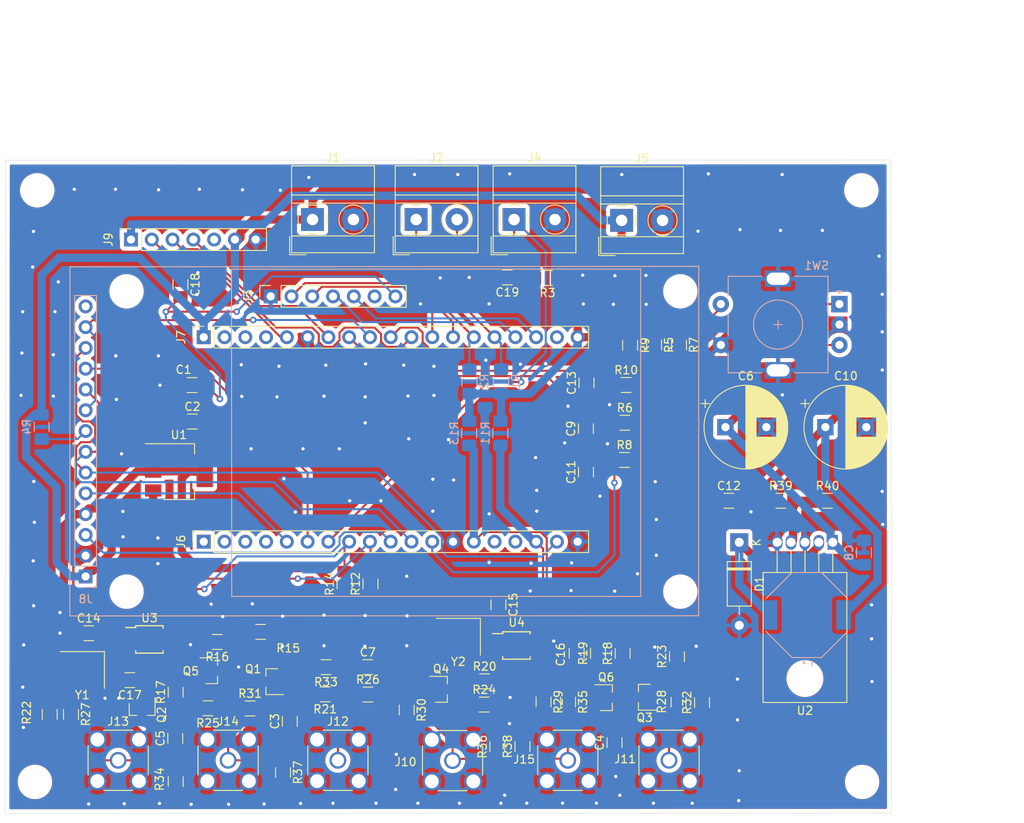
<source format=kicad_pcb>
(kicad_pcb (version 20171130) (host pcbnew "(5.1.8)-1")
  (layers (0 F.Cu signal) (31 B.Cu signal) (34 B.Paste user) (35 F.Paste user) (36 B.SilkS user) (37 F.SilkS user) (38 B.Mask user) (39 F.Mask user) (44 Edge.Cuts user))
  (net 0 "")
  (net 1 GND)
  (net 2 Vcc)
  (net 3 SCL_1)
  (net 4 SDA_1)
  (net 5 SDI)
  (net 6 SDO)
  (net 7 SCK)
  (net 8 CS)
  (net 9 DC)
  (net 10 A1P)
  (net 11 A2P)
  (net 12 R1)
  (net 13 R2)
  (net 14 RCLK_2)
  (net 15 R2_2)
  (net 16 R1_2)
  (net 17 R3_2)
  (net 18 SER_2)
  (net 19 T_IRQ)
  (net 20 T_CS)
  (net 21 LED)
  (net 22 SCLK_2)
  (net 23 RXTX)
  (net 24 V12V)
  (net 25 R1_2a)
  (net 26 R2_2a)
  (net 27 R3_2a)
  (net 28 A4P)
  (net 29 A3P)
  (net 30 V33)
  (net 31 RESET)
  (net 32 "Net-(J3-Pad6)")
  (net 33 "Net-(J6-Pad16)")
  (net 34 "Net-(J6-Pad15)")
  (net 35 SCL_2)
  (net 36 SDA_2)
  (net 37 "Net-(J6-Pad3)")
  (net 38 "Net-(J6-Pad2)")
  (net 39 "Net-(J6-Pad1)")
  (net 40 "Net-(J7-Pad2)")
  (net 41 "Net-(J7-Pad3)")
  (net 42 "Net-(J7-Pad4)")
  (net 43 "Net-(J7-Pad18)")
  (net 44 "Net-(J9-Pad5)")
  (net 45 "Net-(U3-Pad2)")
  (net 46 "Net-(U3-Pad3)")
  (net 47 V33a)
  (net 48 "Net-(Q1-Pad1)")
  (net 49 "Net-(Q2-Pad1)")
  (net 50 "Net-(Q3-Pad1)")
  (net 51 "Net-(R15-Pad2)")
  (net 52 "Net-(R16-Pad2)")
  (net 53 "Net-(R17-Pad2)")
  (net 54 "Net-(Q4-Pad1)")
  (net 55 "Net-(Q5-Pad1)")
  (net 56 "Net-(Q6-Pad1)")
  (net 57 "Net-(J10-Pad1)")
  (net 58 "Net-(J11-Pad1)")
  (net 59 "Net-(J12-Pad1)")
  (net 60 "Net-(J13-Pad1)")
  (net 61 "Net-(J14-Pad1)")
  (net 62 "Net-(J15-Pad1)")
  (net 63 "Net-(Q1-Pad2)")
  (net 64 "Net-(Q2-Pad2)")
  (net 65 "Net-(Q3-Pad2)")
  (net 66 "Net-(Q4-Pad2)")
  (net 67 "Net-(Q5-Pad2)")
  (net 68 "Net-(Q6-Pad2)")
  (net 69 "Net-(R18-Pad2)")
  (net 70 "Net-(R19-Pad2)")
  (net 71 "Net-(R20-Pad2)")
  (net 72 "Net-(U4-Pad2)")
  (net 73 "Net-(U4-Pad3)")
  (net 74 "Net-(D1-Pad1)")
  (net 75 "Net-(R39-Pad2)")
  (module Capacitor_SMD:C_1206_3216Metric_Pad1.42x1.75mm_HandSolder (layer F.Cu) (at 103.7225 66.675 180)
    (fp_text reference C19 (at 0 -1.82) (layer F.SilkS))
    (fp_text value 100n)
    (pad 2 smd roundrect (at 1.4875 0 180) (size 1.425 1.75) (layers F.Cu F.Paste F.Mask) (roundrect_rratio 0.1754385964912281) (net 1 GND))
    (pad 1 smd roundrect (at -1.4875 0 180) (size 1.425 1.75) (layers F.Cu F.Paste F.Mask) (roundrect_rratio 0.1754385964912281) (net 23 RXTX))
  )
  (module Resistor_SMD:R_1206_3216Metric_Pad1.42x1.75mm_HandSolder (layer B.Cu) (at 99.06 85.725 270)
    (fp_text reference R13 (at 0 1.82 270) (layer B.SilkS) (effects (justify mirror)))
    (fp_text value 2.2k)
    (pad 1 smd roundrect (at -1.4875 0 270) (size 1.425 1.75) (layers B.Cu B.Paste B.Mask) (roundrect_rratio 0.1754385964912281) (net 30 V33))
    (pad 2 smd roundrect (at 1.4875 0 270) (size 1.425 1.75) (layers B.Cu B.Paste B.Mask) (roundrect_rratio 0.1754385964912281) (net 4 SDA_1))
  )
  (module Capacitor_SMD:C_1206_3216Metric_Pad1.42x1.75mm_HandSolder (layer B.Cu) (at 147.32 100.33 270)
    (fp_text reference C8 (at 0 1.82 270) (layer B.SilkS) (effects (justify mirror)))
    (fp_text value 100n)
    (pad 1 smd roundrect (at -1.4875 0 270) (size 1.425 1.75) (layers B.Cu B.Paste B.Mask) (roundrect_rratio 0.1754385964912281) (net 1 GND))
    (pad 2 smd roundrect (at 1.4875 0 270) (size 1.425 1.75) (layers B.Cu B.Paste B.Mask) (roundrect_rratio 0.1754385964912281) (net 24 V12V))
  )
  (module Package_TO_SOT_THT:TO-220-5_Horizontal_TabDown (layer F.Cu) (at 143.51 99.06 180)
    (fp_text reference U2 (at 3.4 -20.58) (layer F.SilkS))
    (fp_text value LM2576HVS-ADJ)
    (pad 5 thru_hole oval (at 6.8 0 180) (size 1.275 1.8) (drill 1.1) (layers *.Cu *.Mask) (net 1 GND))
    (pad 4 thru_hole oval (at 5.1 0 180) (size 1.275 1.8) (drill 1.1) (layers *.Cu *.Mask) (net 75 "Net-(R39-Pad2)"))
    (pad 3 thru_hole oval (at 3.4 0 180) (size 1.275 1.8) (drill 1.1) (layers *.Cu *.Mask) (net 1 GND))
    (pad 2 thru_hole oval (at 1.7 0 180) (size 1.275 1.8) (drill 1.1) (layers *.Cu *.Mask) (net 74 "Net-(D1-Pad1)"))
    (pad 1 thru_hole rect (at 0 0 180) (size 1.275 1.8) (drill 1.1) (layers *.Cu *.Mask) (net 24 V12V))
    (pad "" np_thru_hole oval (at 3.4 -16.66 180) (size 3.5 3.5) (drill 3.5) (layers *.Cu *.Mask))
  )
  (module Resistor_SMD:R_1206_3216Metric_Pad1.42x1.75mm_HandSolder (layer F.Cu) (at 142.875 93.98)
    (fp_text reference R40 (at 0 -1.82) (layer F.SilkS))
    (fp_text value 1k)
    (pad 2 smd roundrect (at 1.4875 0) (size 1.425 1.75) (layers F.Cu F.Paste F.Mask) (roundrect_rratio 0.1754385964912281) (net 1 GND))
    (pad 1 smd roundrect (at -1.4875 0) (size 1.425 1.75) (layers F.Cu F.Paste F.Mask) (roundrect_rratio 0.1754385964912281) (net 75 "Net-(R39-Pad2)"))
  )
  (module Resistor_SMD:R_1206_3216Metric_Pad1.42x1.75mm_HandSolder (layer F.Cu) (at 137.16 93.98)
    (fp_text reference R39 (at 0 -1.82) (layer F.SilkS))
    (fp_text value 3.1k)
    (pad 2 smd roundrect (at 1.4875 0) (size 1.425 1.75) (layers F.Cu F.Paste F.Mask) (roundrect_rratio 0.1754385964912281) (net 75 "Net-(R39-Pad2)"))
    (pad 1 smd roundrect (at -1.4875 0) (size 1.425 1.75) (layers F.Cu F.Paste F.Mask) (roundrect_rratio 0.1754385964912281) (net 2 Vcc))
  )
  (module Inductor_SMD:L_Bourns-SRU1028_10.0x10.0mm (layer B.Cu) (at 140.335 107.95)
    (fp_text reference L1 (at 0 6.2) (layer B.SilkS) (effects (justify mirror)))
    (fp_text value 100u)
    (pad 2 smd rect (at 4.5 0) (size 1.8 3.6) (layers B.Cu B.Paste B.Mask) (net 2 Vcc))
    (pad 1 smd rect (at -4.5 0) (size 1.8 3.6) (layers B.Cu B.Paste B.Mask) (net 74 "Net-(D1-Pad1)"))
  )
  (module Diode_THT:D_DO-41_SOD81_P10.16mm_Horizontal (layer F.Cu) (at 132.08 99.06 270)
    (fp_text reference D1 (at 5.08 -2.47 90) (layer F.SilkS))
    (fp_text value 1N5817)
    (fp_text user K (at 0 -2.1 90) (layer F.SilkS))
    (pad 2 thru_hole oval (at 10.16 0 270) (size 2.2 2.2) (drill 1.1) (layers *.Cu *.Mask) (net 1 GND))
    (pad 1 thru_hole rect (at 0 0 270) (size 2.2 2.2) (drill 1.1) (layers *.Cu *.Mask) (net 74 "Net-(D1-Pad1)"))
  )
  (module Capacitor_THT:CP_Radial_D10.0mm_P5.00mm (layer F.Cu) (at 142.61 84.98)
    (fp_text reference C10 (at 2.5 -6.25) (layer F.SilkS))
    (fp_text value 2200u)
    (pad 2 thru_hole circle (at 5 0) (size 2 2) (drill 1) (layers *.Cu *.Mask) (net 1 GND))
    (pad 1 thru_hole rect (at 0 0) (size 2 2) (drill 1) (layers *.Cu *.Mask) (net 2 Vcc))
  )
  (module Capacitor_THT:CP_Radial_D10.0mm_P5.00mm (layer F.Cu) (at 130.39 84.98)
    (fp_text reference C6 (at 2.5 -6.25) (layer F.SilkS))
    (fp_text value 1000u)
    (pad 2 thru_hole circle (at 5 0) (size 2 2) (drill 1) (layers *.Cu *.Mask) (net 1 GND))
    (pad 1 thru_hole rect (at 0 0) (size 2 2) (drill 1) (layers *.Cu *.Mask) (net 24 V12V))
  )
  (module Capacitor_SMD:C_1206_3216Metric_Pad1.42x1.75mm_HandSolder (layer F.Cu) (at 63.754 67.564 270)
    (fp_text reference C18 (at 0 -1.82 90) (layer F.SilkS))
    (fp_text value 100n)
    (pad 2 smd roundrect (at 1.4875 0 270) (size 1.425 1.75) (layers F.Cu F.Paste F.Mask) (roundrect_rratio 0.1754385964912281) (net 47 V33a))
    (pad 1 smd roundrect (at -1.4875 0 270) (size 1.425 1.75) (layers F.Cu F.Paste F.Mask) (roundrect_rratio 0.1754385964912281) (net 1 GND))
  )
  (module Resistor_SMD:R_1206_3216Metric_Pad1.42x1.75mm_HandSolder (layer F.Cu) (at 76.3 127.2 270)
    (fp_text reference R37 (at 0 -1.82 90) (layer F.SilkS))
    (fp_text value 150)
    (pad 2 smd roundrect (at 1.4875 0 270) (size 1.425 1.75) (layers F.Cu F.Paste F.Mask) (roundrect_rratio 0.1754385964912281) (net 1 GND))
    (pad 1 smd roundrect (at -1.4875 0 270) (size 1.425 1.75) (layers F.Cu F.Paste F.Mask) (roundrect_rratio 0.1754385964912281) (net 61 "Net-(J14-Pad1)"))
  )
  (module Resistor_SMD:R_1206_3216Metric_Pad1.42x1.75mm_HandSolder (layer F.Cu) (at 63.175 128.325 270)
    (fp_text reference R34 (at -0.309 1.961 90) (layer F.SilkS))
    (fp_text value 150)
    (pad 2 smd roundrect (at 1.4875 0 270) (size 1.425 1.75) (layers F.Cu F.Paste F.Mask) (roundrect_rratio 0.1754385964912281) (net 1 GND))
    (pad 1 smd roundrect (at -1.4875 0 270) (size 1.425 1.75) (layers F.Cu F.Paste F.Mask) (roundrect_rratio 0.1754385964912281) (net 60 "Net-(J13-Pad1)"))
  )
  (module Resistor_SMD:R_1206_3216Metric_Pad1.42x1.75mm_HandSolder (layer F.Cu) (at 81.55 114.325 180)
    (fp_text reference R33 (at 0 -1.82) (layer F.SilkS))
    (fp_text value 150)
    (pad 2 smd roundrect (at 1.4875 0 180) (size 1.425 1.75) (layers F.Cu F.Paste F.Mask) (roundrect_rratio 0.1754385964912281) (net 1 GND))
    (pad 1 smd roundrect (at -1.4875 0 180) (size 1.425 1.75) (layers F.Cu F.Paste F.Mask) (roundrect_rratio 0.1754385964912281) (net 59 "Net-(J12-Pad1)"))
  )
  (module Resistor_SMD:R_1206_3216Metric_Pad1.42x1.75mm_HandSolder (layer F.Cu) (at 67.125 119.35 180)
    (fp_text reference R25 (at 0 -1.82) (layer F.SilkS))
    (fp_text value 150)
    (pad 2 smd roundrect (at 1.4875 0 180) (size 1.425 1.75) (layers F.Cu F.Paste F.Mask) (roundrect_rratio 0.1754385964912281) (net 1 GND))
    (pad 1 smd roundrect (at -1.4875 0 180) (size 1.425 1.75) (layers F.Cu F.Paste F.Mask) (roundrect_rratio 0.1754385964912281) (net 67 "Net-(Q5-Pad2)"))
  )
  (module Resistor_SMD:R_1206_3216Metric_Pad1.42x1.75mm_HandSolder (layer F.Cu) (at 47.775 120.1 270)
    (fp_text reference R22 (at -0.212 2.817 90) (layer F.SilkS))
    (fp_text value 150)
    (pad 2 smd roundrect (at 1.4875 0 270) (size 1.425 1.75) (layers F.Cu F.Paste F.Mask) (roundrect_rratio 0.1754385964912281) (net 1 GND))
    (pad 1 smd roundrect (at -1.4875 0 270) (size 1.425 1.75) (layers F.Cu F.Paste F.Mask) (roundrect_rratio 0.1754385964912281) (net 64 "Net-(Q2-Pad2)"))
  )
  (module Resistor_SMD:R_1206_3216Metric_Pad1.42x1.75mm_HandSolder (layer F.Cu) (at 81.45 117.65 180)
    (fp_text reference R21 (at 0 -1.82) (layer F.SilkS))
    (fp_text value 150)
    (pad 2 smd roundrect (at 1.4875 0 180) (size 1.425 1.75) (layers F.Cu F.Paste F.Mask) (roundrect_rratio 0.1754385964912281) (net 1 GND))
    (pad 1 smd roundrect (at -1.4875 0 180) (size 1.425 1.75) (layers F.Cu F.Paste F.Mask) (roundrect_rratio 0.1754385964912281) (net 63 "Net-(Q1-Pad2)"))
  )
  (module Resistor_SMD:R_1206_3216Metric_Pad1.42x1.75mm_HandSolder (layer F.Cu) (at 105.575 124.025 90)
    (fp_text reference R38 (at 0 -1.82 90) (layer F.SilkS))
    (fp_text value 150)
    (pad 2 smd roundrect (at 1.4875 0 90) (size 1.425 1.75) (layers F.Cu F.Paste F.Mask) (roundrect_rratio 0.1754385964912281) (net 1 GND))
    (pad 1 smd roundrect (at -1.4875 0 90) (size 1.425 1.75) (layers F.Cu F.Paste F.Mask) (roundrect_rratio 0.1754385964912281) (net 62 "Net-(J15-Pad1)"))
  )
  (module Resistor_SMD:R_1206_3216Metric_Pad1.42x1.75mm_HandSolder (layer F.Cu) (at 102.5 124.05 90)
    (fp_text reference R36 (at 0 -1.82 90) (layer F.SilkS))
    (fp_text value 150)
    (pad 2 smd roundrect (at 1.4875 0 90) (size 1.425 1.75) (layers F.Cu F.Paste F.Mask) (roundrect_rratio 0.1754385964912281) (net 1 GND))
    (pad 1 smd roundrect (at -1.4875 0 90) (size 1.425 1.75) (layers F.Cu F.Paste F.Mask) (roundrect_rratio 0.1754385964912281) (net 57 "Net-(J10-Pad1)"))
  )
  (module Resistor_SMD:R_1206_3216Metric_Pad1.42x1.75mm_HandSolder (layer F.Cu) (at 108.15 118.575 270)
    (fp_text reference R29 (at 0 -1.82 90) (layer F.SilkS))
    (fp_text value 150)
    (pad 2 smd roundrect (at 1.4875 0 270) (size 1.425 1.75) (layers F.Cu F.Paste F.Mask) (roundrect_rratio 0.1754385964912281) (net 1 GND))
    (pad 1 smd roundrect (at -1.4875 0 270) (size 1.425 1.75) (layers F.Cu F.Paste F.Mask) (roundrect_rratio 0.1754385964912281) (net 68 "Net-(Q6-Pad2)"))
  )
  (module Resistor_SMD:R_1206_3216Metric_Pad1.42x1.75mm_HandSolder (layer F.Cu) (at 100.9 118.9)
    (fp_text reference R24 (at 0 -1.82) (layer F.SilkS))
    (fp_text value 150)
    (pad 2 smd roundrect (at 1.4875 0) (size 1.425 1.75) (layers F.Cu F.Paste F.Mask) (roundrect_rratio 0.1754385964912281) (net 1 GND))
    (pad 1 smd roundrect (at -1.4875 0) (size 1.425 1.75) (layers F.Cu F.Paste F.Mask) (roundrect_rratio 0.1754385964912281) (net 66 "Net-(Q4-Pad2)"))
  )
  (module Resistor_SMD:R_1206_3216Metric_Pad1.42x1.75mm_HandSolder (layer F.Cu) (at 127.525 118.65 90)
    (fp_text reference R32 (at 0 -1.82 90) (layer F.SilkS))
    (fp_text value 150)
    (pad 2 smd roundrect (at 1.4875 0 90) (size 1.425 1.75) (layers F.Cu F.Paste F.Mask) (roundrect_rratio 0.1754385964912281) (net 1 GND))
    (pad 1 smd roundrect (at -1.4875 0 90) (size 1.425 1.75) (layers F.Cu F.Paste F.Mask) (roundrect_rratio 0.1754385964912281) (net 58 "Net-(J11-Pad1)"))
  )
  (module Resistor_SMD:R_1206_3216Metric_Pad1.42x1.75mm_HandSolder (layer F.Cu) (at 124.46 113.03 90)
    (fp_text reference R23 (at 0 -1.82 90) (layer F.SilkS))
    (fp_text value 150)
    (pad 2 smd roundrect (at 1.4875 0 90) (size 1.425 1.75) (layers F.Cu F.Paste F.Mask) (roundrect_rratio 0.1754385964912281) (net 1 GND))
    (pad 1 smd roundrect (at -1.4875 0 90) (size 1.425 1.75) (layers F.Cu F.Paste F.Mask) (roundrect_rratio 0.1754385964912281) (net 65 "Net-(Q3-Pad2)"))
  )
  (module Resistor_SMD:R_1206_3216Metric_Pad1.42x1.75mm_HandSolder (layer F.Cu) (at 72.275 119.375)
    (fp_text reference R31 (at 0 -1.82) (layer F.SilkS))
    (fp_text value 33)
    (pad 2 smd roundrect (at 1.4875 0) (size 1.425 1.75) (layers F.Cu F.Paste F.Mask) (roundrect_rratio 0.1754385964912281) (net 61 "Net-(J14-Pad1)"))
    (pad 1 smd roundrect (at -1.4875 0) (size 1.425 1.75) (layers F.Cu F.Paste F.Mask) (roundrect_rratio 0.1754385964912281) (net 67 "Net-(Q5-Pad2)"))
  )
  (module MountingHole:MountingHole_3.2mm_M3 (layer F.Cu) (at 147.00504 56.02224)
    (fp_text reference " " (at 0 -4.2) (layer F.SilkS))
    (fp_text value " ")
    (pad 1 np_thru_hole circle (at 0 0) (size 3.2 3.2) (drill 3.2) (layers *.Cu *.Mask))
  )
  (module MountingHole:MountingHole_3.2mm_M3 (layer F.Cu) (at 45.96892 128.36144)
    (fp_text reference " " (at 0 -4.2) (layer F.SilkS))
    (fp_text value " ")
    (pad 1 np_thru_hole circle (at 0 0) (size 3.2 3.2) (drill 3.2) (layers *.Cu *.Mask))
  )
  (module MountingHole:MountingHole_3.2mm_M3 (layer F.Cu) (at 46.24832 56.02224)
    (fp_text reference " " (at 0 -4.2) (layer F.SilkS))
    (fp_text value " ")
    (pad 1 np_thru_hole circle (at 0 0) (size 3.2 3.2) (drill 3.2) (layers *.Cu *.Mask))
  )
  (module MountingHole:MountingHole_3.2mm_M3 (layer F.Cu) (at 147.09648 128.36144)
    (fp_text reference " " (at 0 -4.2) (layer F.SilkS))
    (fp_text value " ")
    (pad 1 np_thru_hole circle (at 0 0) (size 3.2 3.2) (drill 3.2) (layers *.Cu *.Mask))
  )
  (module MountingHole:MountingHole_3.2mm_M3 (layer F.Cu) (at 57.17136 105.09452)
    (fp_text reference " " (at 0 -4.2) (layer F.SilkS))
    (fp_text value " ")
    (pad 1 np_thru_hole circle (at 0 0) (size 3.2 3.2) (drill 3.2) (layers *.Cu *.Mask))
  )
  (module MountingHole:MountingHole_3.2mm_M3 (layer F.Cu) (at 124.87136 105.09452)
    (fp_text reference " " (at 0 -4.2) (layer F.SilkS))
    (fp_text value " ")
    (pad 1 np_thru_hole circle (at 0 0) (size 3.2 3.2) (drill 3.2) (layers *.Cu *.Mask))
  )
  (module MountingHole:MountingHole_3.2mm_M3 (layer F.Cu) (at 124.87136 68.37452)
    (fp_text reference " " (at 0 -4.2) (layer F.SilkS))
    (fp_text value " ")
    (pad 1 np_thru_hole circle (at 0 0) (size 3.2 3.2) (drill 3.2) (layers *.Cu *.Mask))
  )
  (module MountingHole:MountingHole_3.2mm_M3 (layer F.Cu) (at 57.17136 68.37452)
    (fp_text reference " " (at 0 -4.2) (layer F.SilkS))
    (fp_text value " ")
    (pad 1 np_thru_hole circle (at 0 0) (size 3.2 3.2) (drill 3.2) (layers *.Cu *.Mask))
  )
  (module Package_TO_SOT_SMD:SOT-23 (layer F.Cu) (at 115.80368 118.05666)
    (fp_text reference Q6 (at 0 -2.5) (layer F.SilkS))
    (fp_text value BFR92)
    (pad 3 smd rect (at 1 0) (size 0.9 0.8) (layers F.Cu F.Paste F.Mask) (net 47 V33a))
    (pad 2 smd rect (at -1 0.95) (size 0.9 0.8) (layers F.Cu F.Paste F.Mask) (net 68 "Net-(Q6-Pad2)"))
    (pad 1 smd rect (at -1 -0.95) (size 0.9 0.8) (layers F.Cu F.Paste F.Mask) (net 56 "Net-(Q6-Pad1)"))
  )
  (module Package_TO_SOT_SMD:SOT-23 (layer F.Cu) (at 95.62338 117.03304)
    (fp_text reference Q4 (at 0 -2.5) (layer F.SilkS))
    (fp_text value BFR92)
    (pad 3 smd rect (at 1 0) (size 0.9 0.8) (layers F.Cu F.Paste F.Mask) (net 47 V33a))
    (pad 2 smd rect (at -1 0.95) (size 0.9 0.8) (layers F.Cu F.Paste F.Mask) (net 66 "Net-(Q4-Pad2)"))
    (pad 1 smd rect (at -1 -0.95) (size 0.9 0.8) (layers F.Cu F.Paste F.Mask) (net 54 "Net-(Q4-Pad1)"))
  )
  (module Package_TO_SOT_SMD:SOT-23 (layer F.Cu) (at 120.51284 118.00078 180)
    (fp_text reference Q3 (at 0 -2.5) (layer F.SilkS))
    (fp_text value BFR92)
    (pad 3 smd rect (at 1 0 180) (size 0.9 0.8) (layers F.Cu F.Paste F.Mask) (net 47 V33a))
    (pad 2 smd rect (at -1 0.95 180) (size 0.9 0.8) (layers F.Cu F.Paste F.Mask) (net 65 "Net-(Q3-Pad2)"))
    (pad 1 smd rect (at -1 -0.95 180) (size 0.9 0.8) (layers F.Cu F.Paste F.Mask) (net 50 "Net-(Q3-Pad1)"))
  )
  (module Package_TO_SOT_SMD:SOT-23 (layer F.Cu) (at 67.53606 114.76228)
    (fp_text reference Q5 (at -2.51206 0.04572) (layer F.SilkS))
    (fp_text value BFR92)
    (pad 3 smd rect (at 1 0) (size 0.9 0.8) (layers F.Cu F.Paste F.Mask) (net 47 V33a))
    (pad 2 smd rect (at -1 0.95) (size 0.9 0.8) (layers F.Cu F.Paste F.Mask) (net 67 "Net-(Q5-Pad2)"))
    (pad 1 smd rect (at -1 -0.95) (size 0.9 0.8) (layers F.Cu F.Paste F.Mask) (net 55 "Net-(Q5-Pad1)"))
  )
  (module Package_TO_SOT_SMD:SOT-23 (layer F.Cu) (at 59.07024 119.46128 270)
    (fp_text reference Q2 (at 0.68072 -2.39776 90) (layer F.SilkS))
    (fp_text value BFR92)
    (pad 3 smd rect (at 1 0 270) (size 0.9 0.8) (layers F.Cu F.Paste F.Mask) (net 47 V33a))
    (pad 2 smd rect (at -1 0.95 270) (size 0.9 0.8) (layers F.Cu F.Paste F.Mask) (net 64 "Net-(Q2-Pad2)"))
    (pad 1 smd rect (at -1 -0.95 270) (size 0.9 0.8) (layers F.Cu F.Paste F.Mask) (net 49 "Net-(Q2-Pad1)"))
  )
  (module Package_TO_SOT_SMD:SOT-23 (layer F.Cu) (at 74.96302 116.09832 180)
    (fp_text reference Q1 (at 2.31902 1.54432) (layer F.SilkS))
    (fp_text value BFR92)
    (pad 3 smd rect (at 1 0 180) (size 0.9 0.8) (layers F.Cu F.Paste F.Mask) (net 47 V33a))
    (pad 2 smd rect (at -1 0.95 180) (size 0.9 0.8) (layers F.Cu F.Paste F.Mask) (net 63 "Net-(Q1-Pad2)"))
    (pad 1 smd rect (at -1 -0.95 180) (size 0.9 0.8) (layers F.Cu F.Paste F.Mask) (net 48 "Net-(Q1-Pad1)"))
  )
  (module Capacitor_SMD:C_1206_3216Metric_Pad1.42x1.75mm_HandSolder (layer F.Cu) (at 86.65718 114.3254)
    (fp_text reference C7 (at 0 -1.82) (layer F.SilkS))
    (fp_text value 100n)
    (pad 2 smd roundrect (at 1.4875 0) (size 1.425 1.75) (layers F.Cu F.Paste F.Mask) (roundrect_rratio 0.1754385964912281) (net 47 V33a))
    (pad 1 smd roundrect (at -1.4875 0) (size 1.425 1.75) (layers F.Cu F.Paste F.Mask) (roundrect_rratio 0.1754385964912281) (net 1 GND))
  )
  (module Capacitor_SMD:C_1206_3216Metric_Pad1.42x1.75mm_HandSolder (layer F.Cu) (at 77.125 120.95 90)
    (fp_text reference C3 (at 0 -1.82 90) (layer F.SilkS))
    (fp_text value 100n)
    (pad 2 smd roundrect (at 1.4875 0 90) (size 1.425 1.75) (layers F.Cu F.Paste F.Mask) (roundrect_rratio 0.1754385964912281) (net 47 V33a))
    (pad 1 smd roundrect (at -1.4875 0 90) (size 1.425 1.75) (layers F.Cu F.Paste F.Mask) (roundrect_rratio 0.1754385964912281) (net 1 GND))
  )
  (module Capacitor_SMD:C_1206_3216Metric_Pad1.42x1.75mm_HandSolder (layer F.Cu) (at 57.57164 115.91544 180)
    (fp_text reference C17 (at 0 -1.82) (layer F.SilkS))
    (fp_text value 100n)
    (pad 2 smd roundrect (at 1.4875 0 180) (size 1.425 1.75) (layers F.Cu F.Paste F.Mask) (roundrect_rratio 0.1754385964912281) (net 1 GND))
    (pad 1 smd roundrect (at -1.4875 0 180) (size 1.425 1.75) (layers F.Cu F.Paste F.Mask) (roundrect_rratio 0.1754385964912281) (net 47 V33a))
  )
  (module Resistor_SMD:R_1206_3216Metric_Pad1.42x1.75mm_HandSolder (layer F.Cu) (at 111.1504 118.58498 270)
    (fp_text reference R35 (at 0 -1.82 90) (layer F.SilkS))
    (fp_text value 33)
    (pad 2 smd roundrect (at 1.4875 0 270) (size 1.425 1.75) (layers F.Cu F.Paste F.Mask) (roundrect_rratio 0.1754385964912281) (net 62 "Net-(J15-Pad1)"))
    (pad 1 smd roundrect (at -1.4875 0 270) (size 1.425 1.75) (layers F.Cu F.Paste F.Mask) (roundrect_rratio 0.1754385964912281) (net 68 "Net-(Q6-Pad2)"))
  )
  (module Resistor_SMD:R_1206_3216Metric_Pad1.42x1.75mm_HandSolder (layer F.Cu) (at 91.41968 119.55526 270)
    (fp_text reference R30 (at 0 -1.82 90) (layer F.SilkS))
    (fp_text value 33)
    (pad 2 smd roundrect (at 1.4875 0 270) (size 1.425 1.75) (layers F.Cu F.Paste F.Mask) (roundrect_rratio 0.1754385964912281) (net 57 "Net-(J10-Pad1)"))
    (pad 1 smd roundrect (at -1.4875 0 270) (size 1.425 1.75) (layers F.Cu F.Paste F.Mask) (roundrect_rratio 0.1754385964912281) (net 66 "Net-(Q4-Pad2)"))
  )
  (module Resistor_SMD:R_1206_3216Metric_Pad1.42x1.75mm_HandSolder (layer F.Cu) (at 124.66066 118.61546 270)
    (fp_text reference R28 (at -0.07112 2.06248 90) (layer F.SilkS))
    (fp_text value 33)
    (pad 2 smd roundrect (at 1.4875 0 270) (size 1.425 1.75) (layers F.Cu F.Paste F.Mask) (roundrect_rratio 0.1754385964912281) (net 58 "Net-(J11-Pad1)"))
    (pad 1 smd roundrect (at -1.4875 0 270) (size 1.425 1.75) (layers F.Cu F.Paste F.Mask) (roundrect_rratio 0.1754385964912281) (net 65 "Net-(Q3-Pad2)"))
  )
  (module Resistor_SMD:R_1206_3216Metric_Pad1.42x1.75mm_HandSolder (layer F.Cu) (at 100.94976 116.06022)
    (fp_text reference R20 (at 0 -1.82) (layer F.SilkS))
    (fp_text value 1k)
    (pad 2 smd roundrect (at 1.4875 0) (size 1.425 1.75) (layers F.Cu F.Paste F.Mask) (roundrect_rratio 0.1754385964912281) (net 71 "Net-(R20-Pad2)"))
    (pad 1 smd roundrect (at -1.4875 0) (size 1.425 1.75) (layers F.Cu F.Paste F.Mask) (roundrect_rratio 0.1754385964912281) (net 54 "Net-(Q4-Pad1)"))
  )
  (module Resistor_SMD:R_1206_3216Metric_Pad1.42x1.75mm_HandSolder (layer F.Cu) (at 114.80546 112.63376 90)
    (fp_text reference R19 (at 0 -1.82 90) (layer F.SilkS))
    (fp_text value 1k)
    (pad 2 smd roundrect (at 1.4875 0 90) (size 1.425 1.75) (layers F.Cu F.Paste F.Mask) (roundrect_rratio 0.1754385964912281) (net 70 "Net-(R19-Pad2)"))
    (pad 1 smd roundrect (at -1.4875 0 90) (size 1.425 1.75) (layers F.Cu F.Paste F.Mask) (roundrect_rratio 0.1754385964912281) (net 56 "Net-(Q6-Pad1)"))
  )
  (module Resistor_SMD:R_1206_3216Metric_Pad1.42x1.75mm_HandSolder (layer F.Cu) (at 117.82044 112.65408 90)
    (fp_text reference R18 (at 0 -1.82 90) (layer F.SilkS))
    (fp_text value 1k)
    (pad 2 smd roundrect (at 1.4875 0 90) (size 1.425 1.75) (layers F.Cu F.Paste F.Mask) (roundrect_rratio 0.1754385964912281) (net 69 "Net-(R18-Pad2)"))
    (pad 1 smd roundrect (at -1.4875 0 90) (size 1.425 1.75) (layers F.Cu F.Paste F.Mask) (roundrect_rratio 0.1754385964912281) (net 50 "Net-(Q3-Pad1)"))
  )
  (module Connector_PinSocket_2.54mm:PinSocket_1x07_P2.54mm_Vertical (layer F.Cu) (at 57.71388 62.04712 90)
    (fp_text reference J9 (at 0 -2.77 90) (layer F.SilkS))
    (fp_text value Conn_01x07_Female)
    (pad 1 thru_hole rect (at 0 0 90) (size 1.7 1.7) (drill 1) (layers *.Cu *.Mask) (net 24 V12V))
    (pad 2 thru_hole oval (at 0 2.54 90) (size 1.7 1.7) (drill 1) (layers *.Cu *.Mask) (net 18 SER_2))
    (pad 3 thru_hole oval (at 0 5.08 90) (size 1.7 1.7) (drill 1) (layers *.Cu *.Mask) (net 14 RCLK_2))
    (pad 4 thru_hole oval (at 0 7.62 90) (size 1.7 1.7) (drill 1) (layers *.Cu *.Mask) (net 22 SCLK_2))
    (pad 5 thru_hole oval (at 0 10.16 90) (size 1.7 1.7) (drill 1) (layers *.Cu *.Mask) (net 44 "Net-(J9-Pad5)"))
    (pad 6 thru_hole oval (at 0 12.7 90) (size 1.7 1.7) (drill 1) (layers *.Cu *.Mask) (net 2 Vcc))
    (pad 7 thru_hole oval (at 0 15.24 90) (size 1.7 1.7) (drill 1) (layers *.Cu *.Mask) (net 1 GND))
  )
  (module Package_SO:MSOP-10_3x3mm_P0.5mm (layer F.Cu) (at 59.96432 110.93196)
    (fp_text reference U3 (at 0 -2.6) (layer F.SilkS))
    (fp_text value Si5351A-B-GT)
    (pad 10 smd rect (at 2.2 -1) (size 1.4 0.3) (layers F.Cu F.Paste F.Mask) (net 51 "Net-(R15-Pad2)"))
    (pad 9 smd rect (at 2.2 -0.5) (size 1.4 0.3) (layers F.Cu F.Paste F.Mask) (net 52 "Net-(R16-Pad2)"))
    (pad 8 smd rect (at 2.2 0) (size 1.4 0.3) (layers F.Cu F.Paste F.Mask) (net 1 GND))
    (pad 7 smd rect (at 2.2 0.5) (size 1.4 0.3) (layers F.Cu F.Paste F.Mask) (net 47 V33a))
    (pad 6 smd rect (at 2.2 1) (size 1.4 0.3) (layers F.Cu F.Paste F.Mask) (net 53 "Net-(R17-Pad2)"))
    (pad 5 smd rect (at -2.2 1) (size 1.4 0.3) (layers F.Cu F.Paste F.Mask) (net 36 SDA_2))
    (pad 4 smd rect (at -2.2 0.5) (size 1.4 0.3) (layers F.Cu F.Paste F.Mask) (net 35 SCL_2))
    (pad 3 smd rect (at -2.2 0) (size 1.4 0.3) (layers F.Cu F.Paste F.Mask) (net 46 "Net-(U3-Pad3)"))
    (pad 2 smd rect (at -2.2 -0.5) (size 1.4 0.3) (layers F.Cu F.Paste F.Mask) (net 45 "Net-(U3-Pad2)"))
    (pad 1 smd rect (at -2.2 -1) (size 1.4 0.3) (layers F.Cu F.Paste F.Mask) (net 47 V33a))
  )
  (module Capacitor_SMD:C_1206_3216Metric_Pad1.42x1.75mm_HandSolder (layer F.Cu) (at 130.81 93.98)
    (fp_text reference C12 (at 0 -1.82) (layer F.SilkS))
    (fp_text value 100n)
    (pad 2 smd roundrect (at 1.4875 0) (size 1.425 1.75) (layers F.Cu F.Paste F.Mask) (roundrect_rratio 0.1754385964912281) (net 2 Vcc))
    (pad 1 smd roundrect (at -1.4875 0) (size 1.425 1.75) (layers F.Cu F.Paste F.Mask) (roundrect_rratio 0.1754385964912281) (net 1 GND))
  )
  (module Connector_PinSocket_2.54mm:PinSocket_1x19_P2.54mm_Vertical (layer F.Cu) (at 66.60388 98.9838 90)
    (fp_text reference J6 (at 0 -2.77 90) (layer F.SilkS))
    (fp_text value ESP32L)
    (pad 19 thru_hole oval (at 0 45.72 90) (size 1.7 1.7) (drill 1) (layers *.Cu *.Mask) (net 1 GND))
    (pad 18 thru_hole oval (at 0 43.18 90) (size 1.7 1.7) (drill 1) (layers *.Cu *.Mask) (net 5 SDI))
    (pad 17 thru_hole oval (at 0 40.64 90) (size 1.7 1.7) (drill 1) (layers *.Cu *.Mask) (net 3 SCL_1))
    (pad 16 thru_hole oval (at 0 38.1 90) (size 1.7 1.7) (drill 1) (layers *.Cu *.Mask) (net 33 "Net-(J6-Pad16)"))
    (pad 15 thru_hole oval (at 0 35.56 90) (size 1.7 1.7) (drill 1) (layers *.Cu *.Mask) (net 34 "Net-(J6-Pad15)"))
    (pad 14 thru_hole oval (at 0 33.02 90) (size 1.7 1.7) (drill 1) (layers *.Cu *.Mask) (net 4 SDA_1))
    (pad 13 thru_hole oval (at 0 30.48 90) (size 1.7 1.7) (drill 1) (layers *.Cu *.Mask) (net 1 GND))
    (pad 12 thru_hole oval (at 0 27.94 90) (size 1.7 1.7) (drill 1) (layers *.Cu *.Mask) (net 26 R2_2a))
    (pad 11 thru_hole oval (at 0 25.4 90) (size 1.7 1.7) (drill 1) (layers *.Cu *.Mask) (net 7 SCK))
    (pad 10 thru_hole oval (at 0 22.86 90) (size 1.7 1.7) (drill 1) (layers *.Cu *.Mask) (net 8 CS))
    (pad 9 thru_hole oval (at 0 20.32 90) (size 1.7 1.7) (drill 1) (layers *.Cu *.Mask) (net 35 SCL_2))
    (pad 8 thru_hole oval (at 0 17.78 90) (size 1.7 1.7) (drill 1) (layers *.Cu *.Mask) (net 36 SDA_2))
    (pad 7 thru_hole oval (at 0 15.24 90) (size 1.7 1.7) (drill 1) (layers *.Cu *.Mask) (net 23 RXTX))
    (pad 6 thru_hole oval (at 0 12.7 90) (size 1.7 1.7) (drill 1) (layers *.Cu *.Mask) (net 20 T_CS))
    (pad 5 thru_hole oval (at 0 10.16 90) (size 1.7 1.7) (drill 1) (layers *.Cu *.Mask) (net 9 DC))
    (pad 4 thru_hole oval (at 0 7.62 90) (size 1.7 1.7) (drill 1) (layers *.Cu *.Mask) (net 31 RESET))
    (pad 3 thru_hole oval (at 0 5.08 90) (size 1.7 1.7) (drill 1) (layers *.Cu *.Mask) (net 37 "Net-(J6-Pad3)"))
    (pad 2 thru_hole oval (at 0 2.54 90) (size 1.7 1.7) (drill 1) (layers *.Cu *.Mask) (net 38 "Net-(J6-Pad2)"))
    (pad 1 thru_hole rect (at 0 0 90) (size 1.7 1.7) (drill 1) (layers *.Cu *.Mask) (net 39 "Net-(J6-Pad1)"))
  )
  (module Connector_PinSocket_2.54mm:PinSocket_1x19_P2.54mm_Vertical (layer F.Cu) (at 66.60388 73.9838 90)
    (fp_text reference J7 (at 0 -2.77 90) (layer F.SilkS))
    (fp_text value ESP32R)
    (pad 1 thru_hole rect (at 0 0 90) (size 1.7 1.7) (drill 1) (layers *.Cu *.Mask) (net 2 Vcc))
    (pad 2 thru_hole oval (at 0 2.54 90) (size 1.7 1.7) (drill 1) (layers *.Cu *.Mask) (net 40 "Net-(J7-Pad2)"))
    (pad 3 thru_hole oval (at 0 5.08 90) (size 1.7 1.7) (drill 1) (layers *.Cu *.Mask) (net 41 "Net-(J7-Pad3)"))
    (pad 4 thru_hole oval (at 0 7.62 90) (size 1.7 1.7) (drill 1) (layers *.Cu *.Mask) (net 42 "Net-(J7-Pad4)"))
    (pad 5 thru_hole oval (at 0 10.16 90) (size 1.7 1.7) (drill 1) (layers *.Cu *.Mask) (net 18 SER_2))
    (pad 6 thru_hole oval (at 0 12.7 90) (size 1.7 1.7) (drill 1) (layers *.Cu *.Mask) (net 1 GND))
    (pad 7 thru_hole oval (at 0 15.24 90) (size 1.7 1.7) (drill 1) (layers *.Cu *.Mask) (net 22 SCLK_2))
    (pad 8 thru_hole oval (at 0 17.78 90) (size 1.7 1.7) (drill 1) (layers *.Cu *.Mask) (net 25 R1_2a))
    (pad 9 thru_hole oval (at 0 20.32 90) (size 1.7 1.7) (drill 1) (layers *.Cu *.Mask) (net 6 SDO))
    (pad 10 thru_hole oval (at 0 22.86 90) (size 1.7 1.7) (drill 1) (layers *.Cu *.Mask) (net 27 R3_2a))
    (pad 11 thru_hole oval (at 0 25.4 90) (size 1.7 1.7) (drill 1) (layers *.Cu *.Mask) (net 14 RCLK_2))
    (pad 12 thru_hole oval (at 0 27.94 90) (size 1.7 1.7) (drill 1) (layers *.Cu *.Mask) (net 11 A2P))
    (pad 13 thru_hole oval (at 0 30.48 90) (size 1.7 1.7) (drill 1) (layers *.Cu *.Mask) (net 10 A1P))
    (pad 14 thru_hole oval (at 0 33.02 90) (size 1.7 1.7) (drill 1) (layers *.Cu *.Mask) (net 13 R2))
    (pad 15 thru_hole oval (at 0 35.56 90) (size 1.7 1.7) (drill 1) (layers *.Cu *.Mask) (net 12 R1))
    (pad 16 thru_hole oval (at 0 38.1 90) (size 1.7 1.7) (drill 1) (layers *.Cu *.Mask) (net 29 A3P))
    (pad 17 thru_hole oval (at 0 40.64 90) (size 1.7 1.7) (drill 1) (layers *.Cu *.Mask) (net 28 A4P))
    (pad 18 thru_hole oval (at 0 43.18 90) (size 1.7 1.7) (drill 1) (layers *.Cu *.Mask) (net 43 "Net-(J7-Pad18)"))
    (pad 19 thru_hole oval (at 0 45.72 90) (size 1.7 1.7) (drill 1) (layers *.Cu *.Mask) (net 30 V33))
  )
  (module TerminalBlock_MetzConnect:TerminalBlock_MetzConnect_Type011_RT05502HBWC_1x02_P5.00mm_Horizontal (layer F.Cu) (at 104.5464 59.59856)
    (fp_text reference J4 (at 2.5 -7.56) (layer F.SilkS))
    (fp_text value RxTx)
    (pad 1 thru_hole rect (at 0 0) (size 2.8 2.8) (drill 1.4) (layers *.Cu *.Mask) (net 23 RXTX))
    (pad 2 thru_hole circle (at 5 0) (size 2.8 2.8) (drill 1.4) (layers *.Cu *.Mask) (net 1 GND))
  )
  (module TerminalBlock_MetzConnect:TerminalBlock_MetzConnect_Type011_RT05502HBWC_1x02_P5.00mm_Horizontal (layer F.Cu) (at 79.9084 59.59856)
    (fp_text reference J1 (at 2.5 -7.56) (layer F.SilkS))
    (fp_text value "Rotery Encoder1")
    (pad 2 thru_hole circle (at 5 0) (size 2.8 2.8) (drill 1.4) (layers *.Cu *.Mask) (net 1 GND))
    (pad 1 thru_hole rect (at 0 0) (size 2.8 2.8) (drill 1.4) (layers *.Cu *.Mask) (net 2 Vcc))
  )
  (module Connector_PinSocket_2.54mm:PinSocket_1x14_P2.54mm_Vertical (layer B.Cu) (at 52.16144 103.23576)
    (fp_text reference J8 (at 0 2.77) (layer B.SilkS) (effects (justify mirror)))
    (fp_text value ILI9341)
    (pad 1 thru_hole rect (at 0 0) (size 1.7 1.7) (drill 1) (layers *.Cu *.Mask) (net 2 Vcc))
    (pad 2 thru_hole oval (at 0 -2.54) (size 1.7 1.7) (drill 1) (layers *.Cu *.Mask) (net 1 GND))
    (pad 3 thru_hole oval (at 0 -5.08) (size 1.7 1.7) (drill 1) (layers *.Cu *.Mask) (net 8 CS))
    (pad 4 thru_hole oval (at 0 -7.62) (size 1.7 1.7) (drill 1) (layers *.Cu *.Mask) (net 47 V33a))
    (pad 5 thru_hole oval (at 0 -10.16) (size 1.7 1.7) (drill 1) (layers *.Cu *.Mask) (net 9 DC))
    (pad 6 thru_hole oval (at 0 -12.7) (size 1.7 1.7) (drill 1) (layers *.Cu *.Mask) (net 5 SDI))
    (pad 7 thru_hole oval (at 0 -15.24) (size 1.7 1.7) (drill 1) (layers *.Cu *.Mask) (net 7 SCK))
    (pad 8 thru_hole oval (at 0 -17.78) (size 1.7 1.7) (drill 1) (layers *.Cu *.Mask) (net 21 LED))
    (pad 9 thru_hole oval (at 0 -20.32) (size 1.7 1.7) (drill 1) (layers *.Cu *.Mask) (net 6 SDO))
    (pad 10 thru_hole oval (at 0 -22.86) (size 1.7 1.7) (drill 1) (layers *.Cu *.Mask) (net 7 SCK))
    (pad 11 thru_hole oval (at 0 -25.4) (size 1.7 1.7) (drill 1) (layers *.Cu *.Mask) (net 20 T_CS))
    (pad 12 thru_hole oval (at 0 -27.94) (size 1.7 1.7) (drill 1) (layers *.Cu *.Mask) (net 5 SDI))
    (pad 13 thru_hole oval (at 0 -30.48) (size 1.7 1.7) (drill 1) (layers *.Cu *.Mask) (net 6 SDO))
    (pad 14 thru_hole oval (at 0 -33.02) (size 1.7 1.7) (drill 1) (layers *.Cu *.Mask) (net 19 T_IRQ))
  )
  (module Rotary_Encoder:RotaryEncoder_Alps_EC11E-Switch_Vertical_H20mm (layer B.Cu) (at 144.32788 69.93636 180)
    (fp_text reference SW1 (at 2.8 4.7) (layer B.SilkS) (effects (justify mirror)))
    (fp_text value Rotary_Encoder_Switch)
    (pad A thru_hole rect (at 0 0 180) (size 2 2) (drill 1) (layers *.Cu *.Mask) (net 16 R1_2))
    (pad C thru_hole circle (at 0 -2.5 180) (size 2 2) (drill 1) (layers *.Cu *.Mask) (net 1 GND))
    (pad B thru_hole circle (at 0 -5 180) (size 2 2) (drill 1) (layers *.Cu *.Mask) (net 15 R2_2))
    (pad MP thru_hole rect (at 7.5 3.1 180) (size 3.2 2) (drill oval 2.8 1.5) (layers *.Cu *.Mask) (net 1 GND))
    (pad MP thru_hole rect (at 7.5 -8.1 180) (size 3.2 2) (drill oval 2.8 1.5) (layers *.Cu *.Mask) (net 1 GND))
    (pad S2 thru_hole circle (at 14.5 0 180) (size 2 2) (drill 1) (layers *.Cu *.Mask) (net 17 R3_2))
    (pad S1 thru_hole circle (at 14.5 -5 180) (size 2 2) (drill 1) (layers *.Cu *.Mask) (net 1 GND))
  )
  (module TerminalBlock_MetzConnect:TerminalBlock_MetzConnect_Type011_RT05502HBWC_1x02_P5.00mm_Horizontal (layer F.Cu) (at 92.57284 59.59856)
    (fp_text reference J2 (at 2.5 -7.56) (layer F.SilkS))
    (fp_text value "Rotery Encoder2")
    (pad 2 thru_hole circle (at 5 0) (size 2.8 2.8) (drill 1.4) (layers *.Cu *.Mask) (net 12 R1))
    (pad 1 thru_hole rect (at 0 0) (size 2.8 2.8) (drill 1.4) (layers *.Cu *.Mask) (net 13 R2))
  )
  (module TerminalBlock_MetzConnect:TerminalBlock_MetzConnect_Type011_RT05502HBWC_1x02_P5.00mm_Horizontal (layer F.Cu) (at 117.69852 59.70016)
    (fp_text reference J5 (at 2.5 -7.56) (layer F.SilkS))
    (fp_text value V12)
    (pad 1 thru_hole rect (at 0 0) (size 2.8 2.8) (drill 1.4) (layers *.Cu *.Mask) (net 24 V12V))
    (pad 2 thru_hole circle (at 5 0) (size 2.8 2.8) (drill 1.4) (layers *.Cu *.Mask) (net 1 GND))
  )
  (module Connector_PinSocket_2.54mm:PinSocket_1x07_P2.54mm_Vertical (layer F.Cu) (at 74.79284 68.99148 90)
    (fp_text reference J3 (at 0 -2.77 90) (layer F.SilkS))
    (fp_text value "Analog in 3-6")
    (pad 1 thru_hole rect (at 0 0 90) (size 1.7 1.7) (drill 1) (layers *.Cu *.Mask) (net 1 GND))
    (pad 2 thru_hole oval (at 0 2.54 90) (size 1.7 1.7) (drill 1) (layers *.Cu *.Mask) (net 10 A1P))
    (pad 3 thru_hole oval (at 0 5.08 90) (size 1.7 1.7) (drill 1) (layers *.Cu *.Mask) (net 11 A2P))
    (pad 4 thru_hole oval (at 0 7.62 90) (size 1.7 1.7) (drill 1) (layers *.Cu *.Mask) (net 29 A3P))
    (pad 5 thru_hole oval (at 0 10.16 90) (size 1.7 1.7) (drill 1) (layers *.Cu *.Mask) (net 28 A4P))
    (pad 6 thru_hole oval (at 0 12.7 90) (size 1.7 1.7) (drill 1) (layers *.Cu *.Mask) (net 32 "Net-(J3-Pad6)"))
    (pad 7 thru_hole oval (at 0 15.24 90) (size 1.7 1.7) (drill 1) (layers *.Cu *.Mask) (net 47 V33a))
  )
  (module Resistor_SMD:R_1206_3216Metric_Pad1.42x1.75mm_HandSolder (layer B.Cu) (at 102.87 85.725 270)
    (fp_text reference R11 (at 0 1.82 270) (layer B.SilkS) (effects (justify mirror)))
    (fp_text value 2.2k)
    (pad 2 smd roundrect (at 1.4875 0 270) (size 1.425 1.75) (layers B.Cu B.Paste B.Mask) (roundrect_rratio 0.1754385964912281) (net 3 SCL_1))
    (pad 1 smd roundrect (at -1.4875 0 270) (size 1.425 1.75) (layers B.Cu B.Paste B.Mask) (roundrect_rratio 0.1754385964912281) (net 30 V33))
  )
  (module Resistor_SMD:R_1206_3216Metric_Pad1.42x1.75mm_HandSolder (layer B.Cu) (at 46.78172 84.95284 270)
    (fp_text reference R4 (at 0 1.82 270) (layer B.SilkS) (effects (justify mirror)))
    (fp_text value 150)
    (pad 2 smd roundrect (at 1.4875 0 270) (size 1.425 1.75) (layers B.Cu B.Paste B.Mask) (roundrect_rratio 0.1754385964912281) (net 21 LED))
    (pad 1 smd roundrect (at -1.4875 0 270) (size 1.425 1.75) (layers B.Cu B.Paste B.Mask) (roundrect_rratio 0.1754385964912281) (net 2 Vcc))
  )
  (module Resistor_SMD:R_1206_3216Metric_Pad1.42x1.75mm_HandSolder (layer F.Cu) (at 121.666 74.93 270)
    (fp_text reference R5 (at 0 -1.82 90) (layer F.SilkS))
    (fp_text value 10k)
    (pad 1 smd roundrect (at -1.4875 0 270) (size 1.425 1.75) (layers F.Cu F.Paste F.Mask) (roundrect_rratio 0.1754385964912281) (net 30 V33))
    (pad 2 smd roundrect (at 1.4875 0 270) (size 1.425 1.75) (layers F.Cu F.Paste F.Mask) (roundrect_rratio 0.1754385964912281) (net 16 R1_2))
  )
  (module Resistor_SMD:R_1206_3216Metric_Pad1.42x1.75mm_HandSolder (layer F.Cu) (at 124.714 74.93 270)
    (fp_text reference R7 (at 0 -1.82 90) (layer F.SilkS))
    (fp_text value 10k)
    (pad 1 smd roundrect (at -1.4875 0 270) (size 1.425 1.75) (layers F.Cu F.Paste F.Mask) (roundrect_rratio 0.1754385964912281) (net 30 V33))
    (pad 2 smd roundrect (at 1.4875 0 270) (size 1.425 1.75) (layers F.Cu F.Paste F.Mask) (roundrect_rratio 0.1754385964912281) (net 15 R2_2))
  )
  (module Resistor_SMD:R_1206_3216Metric_Pad1.42x1.75mm_HandSolder (layer F.Cu) (at 118.734 74.97 270)
    (fp_text reference R9 (at 0 -1.82 90) (layer F.SilkS))
    (fp_text value 10k)
    (pad 2 smd roundrect (at 1.4875 0 270) (size 1.425 1.75) (layers F.Cu F.Paste F.Mask) (roundrect_rratio 0.1754385964912281) (net 17 R3_2))
    (pad 1 smd roundrect (at -1.4875 0 270) (size 1.425 1.75) (layers F.Cu F.Paste F.Mask) (roundrect_rratio 0.1754385964912281) (net 30 V33))
  )
  (module Resistor_SMD:R_1206_3216Metric_Pad1.42x1.75mm_HandSolder (layer B.Cu) (at 102.95636 79.4004 90)
    (fp_text reference R1 (at 0 1.82 270) (layer B.SilkS) (effects (justify mirror)))
    (fp_text value 2.2k)
    (pad 2 smd roundrect (at 1.4875 0 90) (size 1.425 1.75) (layers B.Cu B.Paste B.Mask) (roundrect_rratio 0.1754385964912281) (net 12 R1))
    (pad 1 smd roundrect (at -1.4875 0 90) (size 1.425 1.75) (layers B.Cu B.Paste B.Mask) (roundrect_rratio 0.1754385964912281) (net 30 V33))
  )
  (module Resistor_SMD:R_1206_3216Metric_Pad1.42x1.75mm_HandSolder (layer B.Cu) (at 99.0854 79.4004 90)
    (fp_text reference R2 (at 0 1.82 270) (layer B.SilkS) (effects (justify mirror)))
    (fp_text value 2.2k)
    (pad 1 smd roundrect (at -1.4875 0 90) (size 1.425 1.75) (layers B.Cu B.Paste B.Mask) (roundrect_rratio 0.1754385964912281) (net 30 V33))
    (pad 2 smd roundrect (at 1.4875 0 90) (size 1.425 1.75) (layers B.Cu B.Paste B.Mask) (roundrect_rratio 0.1754385964912281) (net 13 R2))
  )
  (module Resistor_SMD:R_1206_3216Metric_Pad1.42x1.75mm_HandSolder (layer F.Cu) (at 108.6358 66.74104 180)
    (fp_text reference R3 (at 0 -1.82) (layer F.SilkS))
    (fp_text value 680)
    (pad 1 smd roundrect (at -1.4875 0 180) (size 1.425 1.75) (layers F.Cu F.Paste F.Mask) (roundrect_rratio 0.1754385964912281) (net 30 V33))
    (pad 2 smd roundrect (at 1.4875 0 180) (size 1.425 1.75) (layers F.Cu F.Paste F.Mask) (roundrect_rratio 0.1754385964912281) (net 23 RXTX))
  )
  (module Resistor_SMD:R_1206_3216Metric_Pad1.42x1.75mm_HandSolder (layer F.Cu) (at 118.09476 84.44484)
    (fp_text reference R6 (at 0 -1.82) (layer F.SilkS))
    (fp_text value 10k)
    (pad 1 smd roundrect (at -1.4875 0) (size 1.425 1.75) (layers F.Cu F.Paste F.Mask) (roundrect_rratio 0.1754385964912281) (net 25 R1_2a))
    (pad 2 smd roundrect (at 1.4875 0) (size 1.425 1.75) (layers F.Cu F.Paste F.Mask) (roundrect_rratio 0.1754385964912281) (net 16 R1_2))
  )
  (module Resistor_SMD:R_1206_3216Metric_Pad1.42x1.75mm_HandSolder (layer F.Cu) (at 118.04904 88.99144)
    (fp_text reference R8 (at 0 -1.82) (layer F.SilkS))
    (fp_text value 10k)
    (pad 2 smd roundrect (at 1.4875 0) (size 1.425 1.75) (layers F.Cu F.Paste F.Mask) (roundrect_rratio 0.1754385964912281) (net 15 R2_2))
    (pad 1 smd roundrect (at -1.4875 0) (size 1.425 1.75) (layers F.Cu F.Paste F.Mask) (roundrect_rratio 0.1754385964912281) (net 26 R2_2a))
  )
  (module Resistor_SMD:R_1206_3216Metric_Pad1.42x1.75mm_HandSolder (layer F.Cu) (at 118.24716 79.82712)
    (fp_text reference R10 (at 0 -1.82) (layer F.SilkS))
    (fp_text value 10k)
    (pad 1 smd roundrect (at -1.4875 0) (size 1.425 1.75) (layers F.Cu F.Paste F.Mask) (roundrect_rratio 0.1754385964912281) (net 27 R3_2a))
    (pad 2 smd roundrect (at 1.4875 0) (size 1.425 1.75) (layers F.Cu F.Paste F.Mask) (roundrect_rratio 0.1754385964912281) (net 17 R3_2))
  )
  (module Capacitor_SMD:C_1206_3216Metric_Pad1.42x1.75mm_HandSolder (layer F.Cu) (at 113.32972 85.17128 90)
    (fp_text reference C9 (at 0 -1.82 90) (layer F.SilkS))
    (fp_text value 10n)
    (pad 1 smd roundrect (at -1.4875 0 90) (size 1.425 1.75) (layers F.Cu F.Paste F.Mask) (roundrect_rratio 0.1754385964912281) (net 1 GND))
    (pad 2 smd roundrect (at 1.4875 0 90) (size 1.425 1.75) (layers F.Cu F.Paste F.Mask) (roundrect_rratio 0.1754385964912281) (net 25 R1_2a))
  )
  (module Capacitor_SMD:C_1206_3216Metric_Pad1.42x1.75mm_HandSolder (layer F.Cu) (at 113.33988 90.47988 90)
    (fp_text reference C11 (at 0 -1.82 90) (layer F.SilkS))
    (fp_text value 10n)
    (pad 2 smd roundrect (at 1.4875 0 90) (size 1.425 1.75) (layers F.Cu F.Paste F.Mask) (roundrect_rratio 0.1754385964912281) (net 26 R2_2a))
    (pad 1 smd roundrect (at -1.4875 0 90) (size 1.425 1.75) (layers F.Cu F.Paste F.Mask) (roundrect_rratio 0.1754385964912281) (net 1 GND))
  )
  (module Capacitor_SMD:C_1206_3216Metric_Pad1.42x1.75mm_HandSolder (layer F.Cu) (at 113.40592 79.57312 90)
    (fp_text reference C13 (at 0 -1.82 90) (layer F.SilkS))
    (fp_text value 10n)
    (pad 1 smd roundrect (at -1.4875 0 90) (size 1.425 1.75) (layers F.Cu F.Paste F.Mask) (roundrect_rratio 0.1754385964912281) (net 1 GND))
    (pad 2 smd roundrect (at 1.4875 0 90) (size 1.425 1.75) (layers F.Cu F.Paste F.Mask) (roundrect_rratio 0.1754385964912281) (net 27 R3_2a))
  )
  (module Capacitor_SMD:C_1206_3216Metric_Pad1.42x1.75mm_HandSolder (layer F.Cu) (at 102.63124 106.69016 270)
    (fp_text reference C15 (at 0 -1.82 90) (layer F.SilkS))
    (fp_text value 100n)
    (pad 2 smd roundrect (at 1.4875 0 270) (size 1.425 1.75) (layers F.Cu F.Paste F.Mask) (roundrect_rratio 0.1754385964912281) (net 47 V33a))
    (pad 1 smd roundrect (at -1.4875 0 270) (size 1.425 1.75) (layers F.Cu F.Paste F.Mask) (roundrect_rratio 0.1754385964912281) (net 1 GND))
  )
  (module Capacitor_SMD:C_1206_3216Metric_Pad1.42x1.75mm_HandSolder (layer F.Cu) (at 52.54752 110.17504)
    (fp_text reference C14 (at 0 -1.82) (layer F.SilkS))
    (fp_text value 100n)
    (pad 1 smd roundrect (at -1.4875 0) (size 1.425 1.75) (layers F.Cu F.Paste F.Mask) (roundrect_rratio 0.1754385964912281) (net 1 GND))
    (pad 2 smd roundrect (at 1.4875 0) (size 1.425 1.75) (layers F.Cu F.Paste F.Mask) (roundrect_rratio 0.1754385964912281) (net 47 V33a))
  )
  (module Connector_Coaxial:SMA_Amphenol_132134_Vertical (layer F.Cu) (at 123.48972 125.71222)
    (fp_text reference J11 (at -5.36956 -0.1524) (layer F.SilkS))
    (fp_text value "Link-out 1-0")
    (pad 1 thru_hole circle (at 0 0) (size 2.05 2.05) (drill 1.5) (layers *.Cu *.Mask) (net 58 "Net-(J11-Pad1)"))
    (pad 2 thru_hole circle (at 2.54 2.54) (size 2.25 2.25) (drill 1.7) (layers *.Cu *.Mask) (net 1 GND))
    (pad 2 thru_hole circle (at 2.54 -2.54) (size 2.25 2.25) (drill 1.7) (layers *.Cu *.Mask) (net 1 GND))
    (pad 2 thru_hole circle (at -2.54 -2.54) (size 2.25 2.25) (drill 1.7) (layers *.Cu *.Mask) (net 1 GND))
    (pad 2 thru_hole circle (at -2.54 2.54) (size 2.25 2.25) (drill 1.7) (layers *.Cu *.Mask) (net 1 GND))
  )
  (module Connector_Coaxial:SMA_Amphenol_132134_Vertical (layer F.Cu) (at 111.11484 125.71222)
    (fp_text reference J15 (at -5.34416 -0.11176) (layer F.SilkS))
    (fp_text value "Link-out 1-1")
    (pad 1 thru_hole circle (at 0 0) (size 2.05 2.05) (drill 1.5) (layers *.Cu *.Mask) (net 62 "Net-(J15-Pad1)"))
    (pad 2 thru_hole circle (at 2.54 2.54) (size 2.25 2.25) (drill 1.7) (layers *.Cu *.Mask) (net 1 GND))
    (pad 2 thru_hole circle (at 2.54 -2.54) (size 2.25 2.25) (drill 1.7) (layers *.Cu *.Mask) (net 1 GND))
    (pad 2 thru_hole circle (at -2.54 -2.54) (size 2.25 2.25) (drill 1.7) (layers *.Cu *.Mask) (net 1 GND))
    (pad 2 thru_hole circle (at -2.54 2.54) (size 2.25 2.25) (drill 1.7) (layers *.Cu *.Mask) (net 1 GND))
  )
  (module Connector_Coaxial:SMA_Amphenol_132134_Vertical (layer F.Cu) (at 97.025 125.75)
    (fp_text reference J10 (at -5.7404 0.16764) (layer F.SilkS))
    (fp_text value "Link-out 1-2")
    (pad 1 thru_hole circle (at 0 0) (size 2.05 2.05) (drill 1.5) (layers *.Cu *.Mask) (net 57 "Net-(J10-Pad1)"))
    (pad 2 thru_hole circle (at 2.54 2.54) (size 2.25 2.25) (drill 1.7) (layers *.Cu *.Mask) (net 1 GND))
    (pad 2 thru_hole circle (at 2.54 -2.54) (size 2.25 2.25) (drill 1.7) (layers *.Cu *.Mask) (net 1 GND))
    (pad 2 thru_hole circle (at -2.54 -2.54) (size 2.25 2.25) (drill 1.7) (layers *.Cu *.Mask) (net 1 GND))
    (pad 2 thru_hole circle (at -2.54 2.54) (size 2.25 2.25) (drill 1.7) (layers *.Cu *.Mask) (net 1 GND))
  )
  (module Connector_Coaxial:SMA_Amphenol_132134_Vertical (layer F.Cu) (at 83.005168 125.71222)
    (fp_text reference J12 (at 0 -4.75) (layer F.SilkS))
    (fp_text value "Link-out 2-0")
    (pad 2 thru_hole circle (at -2.54 2.54) (size 2.25 2.25) (drill 1.7) (layers *.Cu *.Mask) (net 1 GND))
    (pad 2 thru_hole circle (at -2.54 -2.54) (size 2.25 2.25) (drill 1.7) (layers *.Cu *.Mask) (net 1 GND))
    (pad 2 thru_hole circle (at 2.54 -2.54) (size 2.25 2.25) (drill 1.7) (layers *.Cu *.Mask) (net 1 GND))
    (pad 2 thru_hole circle (at 2.54 2.54) (size 2.25 2.25) (drill 1.7) (layers *.Cu *.Mask) (net 1 GND))
    (pad 1 thru_hole circle (at 0 0) (size 2.05 2.05) (drill 1.5) (layers *.Cu *.Mask) (net 59 "Net-(J12-Pad1)"))
  )
  (module Connector_Coaxial:SMA_Amphenol_132134_Vertical (layer F.Cu) (at 69.584824 125.71222)
    (fp_text reference J14 (at 0 -4.75) (layer F.SilkS))
    (fp_text value "Link-out 2-1")
    (pad 2 thru_hole circle (at -2.54 2.54) (size 2.25 2.25) (drill 1.7) (layers *.Cu *.Mask) (net 1 GND))
    (pad 2 thru_hole circle (at -2.54 -2.54) (size 2.25 2.25) (drill 1.7) (layers *.Cu *.Mask) (net 1 GND))
    (pad 2 thru_hole circle (at 2.54 -2.54) (size 2.25 2.25) (drill 1.7) (layers *.Cu *.Mask) (net 1 GND))
    (pad 2 thru_hole circle (at 2.54 2.54) (size 2.25 2.25) (drill 1.7) (layers *.Cu *.Mask) (net 1 GND))
    (pad 1 thru_hole circle (at 0 0) (size 2.05 2.05) (drill 1.5) (layers *.Cu *.Mask) (net 61 "Net-(J14-Pad1)"))
  )
  (module Connector_Coaxial:SMA_Amphenol_132134_Vertical (layer F.Cu) (at 56.14416 125.71222)
    (fp_text reference J13 (at 0 -4.75) (layer F.SilkS))
    (fp_text value "Link-out 2-2")
    (pad 2 thru_hole circle (at -2.54 2.54) (size 2.25 2.25) (drill 1.7) (layers *.Cu *.Mask) (net 1 GND))
    (pad 2 thru_hole circle (at -2.54 -2.54) (size 2.25 2.25) (drill 1.7) (layers *.Cu *.Mask) (net 1 GND))
    (pad 2 thru_hole circle (at 2.54 -2.54) (size 2.25 2.25) (drill 1.7) (layers *.Cu *.Mask) (net 1 GND))
    (pad 2 thru_hole circle (at 2.54 2.54) (size 2.25 2.25) (drill 1.7) (layers *.Cu *.Mask) (net 1 GND))
    (pad 1 thru_hole circle (at 0 0) (size 2.05 2.05) (drill 1.5) (layers *.Cu *.Mask) (net 60 "Net-(J13-Pad1)"))
  )
  (module Package_SO:MSOP-10_3x3mm_P0.5mm (layer F.Cu) (at 104.83596 111.67364)
    (fp_text reference U4 (at 0.03048 -2.8194) (layer F.SilkS))
    (fp_text value Si5351A-B-GT)
    (pad 1 smd rect (at -2.2 -1) (size 1.4 0.3) (layers F.Cu F.Paste F.Mask) (net 47 V33a))
    (pad 2 smd rect (at -2.2 -0.5) (size 1.4 0.3) (layers F.Cu F.Paste F.Mask) (net 72 "Net-(U4-Pad2)"))
    (pad 3 smd rect (at -2.2 0) (size 1.4 0.3) (layers F.Cu F.Paste F.Mask) (net 73 "Net-(U4-Pad3)"))
    (pad 4 smd rect (at -2.2 0.5) (size 1.4 0.3) (layers F.Cu F.Paste F.Mask) (net 3 SCL_1))
    (pad 5 smd rect (at -2.2 1) (size 1.4 0.3) (layers F.Cu F.Paste F.Mask) (net 4 SDA_1))
    (pad 6 smd rect (at 2.2 1) (size 1.4 0.3) (layers F.Cu F.Paste F.Mask) (net 71 "Net-(R20-Pad2)"))
    (pad 7 smd rect (at 2.2 0.5) (size 1.4 0.3) (layers F.Cu F.Paste F.Mask) (net 47 V33a))
    (pad 8 smd rect (at 2.2 0) (size 1.4 0.3) (layers F.Cu F.Paste F.Mask) (net 1 GND))
    (pad 9 smd rect (at 2.2 -0.5) (size 1.4 0.3) (layers F.Cu F.Paste F.Mask) (net 70 "Net-(R19-Pad2)"))
    (pad 10 smd rect (at 2.2 -1) (size 1.4 0.3) (layers F.Cu F.Paste F.Mask) (net 69 "Net-(R18-Pad2)"))
  )
  (module Crystal:Crystal_SMD_TXC_7M-4Pin_3.2x2.5mm_HandSoldering (layer F.Cu) (at 97.7265 110.61192 180)
    (fp_text reference Y2 (at 0 -3.05) (layer F.SilkS))
    (fp_text value Crystal)
    (pad 1 smd rect (at -1.45 1.15 180) (size 2.1 1.8) (layers F.Cu F.Paste F.Mask) (net 72 "Net-(U4-Pad2)"))
    (pad 2 smd rect (at 1.45 1.15 180) (size 2.1 1.8) (layers F.Cu F.Paste F.Mask) (net 1 GND))
    (pad 3 smd rect (at 1.45 -1.15 180) (size 2.1 1.8) (layers F.Cu F.Paste F.Mask) (net 73 "Net-(U4-Pad3)"))
    (pad 4 smd rect (at -1.45 -1.15 180) (size 2.1 1.8) (layers F.Cu F.Paste F.Mask))
  )
  (module Crystal:Crystal_SMD_TXC_7M-4Pin_3.2x2.5mm_HandSoldering (layer F.Cu) (at 51.75758 114.67338 180)
    (fp_text reference Y1 (at 0 -3.05) (layer F.SilkS))
    (fp_text value Crystal)
    (pad 4 smd rect (at -1.45 -1.15 180) (size 2.1 1.8) (layers F.Cu F.Paste F.Mask))
    (pad 3 smd rect (at 1.45 -1.15 180) (size 2.1 1.8) (layers F.Cu F.Paste F.Mask) (net 46 "Net-(U3-Pad3)"))
    (pad 2 smd rect (at 1.45 1.15 180) (size 2.1 1.8) (layers F.Cu F.Paste F.Mask) (net 1 GND))
    (pad 1 smd rect (at -1.45 1.15 180) (size 2.1 1.8) (layers F.Cu F.Paste F.Mask) (net 45 "Net-(U3-Pad2)"))
  )
  (module Capacitor_SMD:C_1206_3216Metric_Pad1.42x1.75mm_HandSolder (layer F.Cu) (at 65.1764 79.83728 180)
    (fp_text reference C1 (at 1.03124 1.88468) (layer F.SilkS))
    (fp_text value 10u)
    (pad 1 smd roundrect (at -1.4875 0 180) (size 1.425 1.75) (layers F.Cu F.Paste F.Mask) (roundrect_rratio 0.1754385964912281) (net 47 V33a))
    (pad 2 smd roundrect (at 1.4875 0 180) (size 1.425 1.75) (layers F.Cu F.Paste F.Mask) (roundrect_rratio 0.1754385964912281) (net 1 GND))
  )
  (module Capacitor_SMD:C_1206_3216Metric_Pad1.42x1.75mm_HandSolder (layer F.Cu) (at 65.21704 84.29752)
    (fp_text reference C2 (at 0 -1.82) (layer F.SilkS))
    (fp_text value 100n)
    (pad 2 smd roundrect (at 1.4875 0) (size 1.425 1.75) (layers F.Cu F.Paste F.Mask) (roundrect_rratio 0.1754385964912281) (net 47 V33a))
    (pad 1 smd roundrect (at -1.4875 0) (size 1.425 1.75) (layers F.Cu F.Paste F.Mask) (roundrect_rratio 0.1754385964912281) (net 1 GND))
  )
  (module Package_TO_SOT_SMD:SOT-223-3_TabPin2 (layer F.Cu) (at 63.57112 90.41892)
    (fp_text reference U1 (at 0 -4.5) (layer F.SilkS))
    (fp_text value AMS1117)
    (pad 2 smd rect (at 3.15 0) (size 2 3.8) (layers F.Cu F.Paste F.Mask) (net 47 V33a))
    (pad 2 smd rect (at -3.15 0) (size 2 1.5) (layers F.Cu F.Paste F.Mask) (net 47 V33a))
    (pad 3 smd rect (at -3.15 2.3) (size 2 1.5) (layers F.Cu F.Paste F.Mask) (net 2 Vcc))
    (pad 1 smd rect (at -3.15 -2.3) (size 2 1.5) (layers F.Cu F.Paste F.Mask) (net 1 GND))
  )
  (module Resistor_SMD:R_1206_3216Metric_Pad1.42x1.75mm_HandSolder (layer F.Cu) (at 86.995 104.14 90)
    (fp_text reference R12 (at 0 -1.82 90) (layer F.SilkS))
    (fp_text value 2.2k)
    (pad 1 smd roundrect (at -1.4875 0 90) (size 1.425 1.75) (layers F.Cu F.Paste F.Mask) (roundrect_rratio 0.1754385964912281) (net 47 V33a))
    (pad 2 smd roundrect (at 1.4875 0 90) (size 1.425 1.75) (layers F.Cu F.Paste F.Mask) (roundrect_rratio 0.1754385964912281) (net 35 SCL_2))
  )
  (module Resistor_SMD:R_1206_3216Metric_Pad1.42x1.75mm_HandSolder (layer F.Cu) (at 83.82 104.14 90)
    (fp_text reference R14 (at 0 -1.82 90) (layer F.SilkS))
    (fp_text value 2.2k)
    (pad 2 smd roundrect (at 1.4875 0 90) (size 1.425 1.75) (layers F.Cu F.Paste F.Mask) (roundrect_rratio 0.1754385964912281) (net 36 SDA_2))
    (pad 1 smd roundrect (at -1.4875 0 90) (size 1.425 1.75) (layers F.Cu F.Paste F.Mask) (roundrect_rratio 0.1754385964912281) (net 47 V33a))
  )
  (module Resistor_SMD:R_1206_3216Metric_Pad1.42x1.75mm_HandSolder (layer F.Cu) (at 73.5584 110.01248 180)
    (fp_text reference R15 (at -3.3782 -2.00152) (layer F.SilkS))
    (fp_text value 1k)
    (pad 1 smd roundrect (at -1.4875 0 180) (size 1.425 1.75) (layers F.Cu F.Paste F.Mask) (roundrect_rratio 0.1754385964912281) (net 48 "Net-(Q1-Pad1)"))
    (pad 2 smd roundrect (at 1.4875 0 180) (size 1.425 1.75) (layers F.Cu F.Paste F.Mask) (roundrect_rratio 0.1754385964912281) (net 51 "Net-(R15-Pad2)"))
  )
  (module Resistor_SMD:R_1206_3216Metric_Pad1.42x1.75mm_HandSolder (layer F.Cu) (at 68.25996 111.24184 180)
    (fp_text reference R16 (at 0 -1.82) (layer F.SilkS))
    (fp_text value 1k)
    (pad 2 smd roundrect (at 1.4875 0 180) (size 1.425 1.75) (layers F.Cu F.Paste F.Mask) (roundrect_rratio 0.1754385964912281) (net 52 "Net-(R16-Pad2)"))
    (pad 1 smd roundrect (at -1.4875 0 180) (size 1.425 1.75) (layers F.Cu F.Paste F.Mask) (roundrect_rratio 0.1754385964912281) (net 55 "Net-(Q5-Pad1)"))
  )
  (module Resistor_SMD:R_1206_3216Metric_Pad1.42x1.75mm_HandSolder (layer F.Cu) (at 63.17234 117.39118 90)
    (fp_text reference R17 (at 0 -1.82 90) (layer F.SilkS))
    (fp_text value 1k)
    (pad 1 smd roundrect (at -1.4875 0 90) (size 1.425 1.75) (layers F.Cu F.Paste F.Mask) (roundrect_rratio 0.1754385964912281) (net 49 "Net-(Q2-Pad1)"))
    (pad 2 smd roundrect (at 1.4875 0 90) (size 1.425 1.75) (layers F.Cu F.Paste F.Mask) (roundrect_rratio 0.1754385964912281) (net 53 "Net-(R17-Pad2)"))
  )
  (module Resistor_SMD:R_1206_3216Metric_Pad1.42x1.75mm_HandSolder (layer F.Cu) (at 86.675 117.675)
    (fp_text reference R26 (at 0 -1.82) (layer F.SilkS))
    (fp_text value 33)
    (pad 1 smd roundrect (at -1.4875 0) (size 1.425 1.75) (layers F.Cu F.Paste F.Mask) (roundrect_rratio 0.1754385964912281) (net 63 "Net-(Q1-Pad2)"))
    (pad 2 smd roundrect (at 1.4875 0) (size 1.425 1.75) (layers F.Cu F.Paste F.Mask) (roundrect_rratio 0.1754385964912281) (net 59 "Net-(J12-Pad1)"))
  )
  (module Resistor_SMD:R_1206_3216Metric_Pad1.42x1.75mm_HandSolder (layer F.Cu) (at 50.375 120.1 270)
    (fp_text reference R27 (at 0 -1.82 90) (layer F.SilkS))
    (fp_text value 33)
    (pad 2 smd roundrect (at 1.4875 0 270) (size 1.425 1.75) (layers F.Cu F.Paste F.Mask) (roundrect_rratio 0.1754385964912281) (net 60 "Net-(J13-Pad1)"))
    (pad 1 smd roundrect (at -1.4875 0 270) (size 1.425 1.75) (layers F.Cu F.Paste F.Mask) (roundrect_rratio 0.1754385964912281) (net 64 "Net-(Q2-Pad2)"))
  )
  (module Capacitor_SMD:C_1206_3216Metric_Pad1.42x1.75mm_HandSolder (layer F.Cu) (at 112.19942 112.63376 270)
    (fp_text reference C16 (at 0.14224 1.96342 90) (layer F.SilkS))
    (fp_text value 100n)
    (pad 1 smd roundrect (at -1.4875 0 270) (size 1.425 1.75) (layers F.Cu F.Paste F.Mask) (roundrect_rratio 0.1754385964912281) (net 47 V33a))
    (pad 2 smd roundrect (at 1.4875 0 270) (size 1.425 1.75) (layers F.Cu F.Paste F.Mask) (roundrect_rratio 0.1754385964912281) (net 1 GND))
  )
  (module Capacitor_SMD:C_1206_3216Metric_Pad1.42x1.75mm_HandSolder (layer F.Cu) (at 116.82984 123.55068 90)
    (fp_text reference C4 (at 0 -1.82 90) (layer F.SilkS))
    (fp_text value 100n)
    (pad 1 smd roundrect (at -1.4875 0 90) (size 1.425 1.75) (layers F.Cu F.Paste F.Mask) (roundrect_rratio 0.1754385964912281) (net 1 GND))
    (pad 2 smd roundrect (at 1.4875 0 90) (size 1.425 1.75) (layers F.Cu F.Paste F.Mask) (roundrect_rratio 0.1754385964912281) (net 47 V33a))
  )
  (module Capacitor_SMD:C_1206_3216Metric_Pad1.42x1.75mm_HandSolder (layer F.Cu) (at 63.12408 123.03506 90)
    (fp_text reference C5 (at 0 -1.82 90) (layer F.SilkS))
    (fp_text value 100n)
    (pad 2 smd roundrect (at 1.4875 0 90) (size 1.425 1.75) (layers F.Cu F.Paste F.Mask) (roundrect_rratio 0.1754385964912281) (net 47 V33a))
    (pad 1 smd roundrect (at -1.4875 0 90) (size 1.425 1.75) (layers F.Cu F.Paste F.Mask) (roundrect_rratio 0.1754385964912281) (net 1 GND))
  )
  (gr_line (start 69.99732 65.66916) (end 120.03532 65.659) (layer B.SilkS) (width 0.12))
  (gr_line (start 70.02526 105.66908) (end 69.99732 65.66916) (layer B.SilkS) (width 0.12))
  (gr_line (start 120.02516 105.68178) (end 70.02526 105.66908) (layer B.SilkS) (width 0.12))
  (gr_line (start 120.02516 105.67416) (end 120.03278 65.66088) (layer B.SilkS) (width 0.12))
  (gr_line (start 150.61692 52.324) (end 42.37228 52.3494) (layer Edge.Cuts) (width 0.05))
  (gr_line (start 150.67026 132.17398) (end 150.61692 52.324) (layer Edge.Cuts) (width 0.05))
  (gr_line (start 42.30878 132.2197) (end 150.67026 132.17398) (layer Edge.Cuts) (width 0.05))
  (gr_line (start 42.37228 52.3494) (end 42.30878 132.2197) (layer Edge.Cuts) (width 0.05))
  (gr_line (start 50.23358 108.0643) (end 50.25136 65.37452) (layer B.SilkS) (width 0.12))
  (gr_line (start 127.10668 108.03636) (end 50.2285 108.05922) (layer B.SilkS) (width 0.12))
  (gr_line (start 127.12672 65.31864) (end 127.1064 108.03636) (layer B.SilkS) (width 0.12))
  (gr_line (start 50.25136 65.37452) (end 127.12446 65.31864) (layer B.SilkS) (width 0.12))
  (via (at 50.77968 55.90032) (size 0.8) (drill 0.4) (layers F.Cu B.Cu) (net 1))
  (via (at 55.81904 55.90032) (size 0.8) (drill 0.4) (layers F.Cu B.Cu) (net 1))
  (via (at 61.087 55.96128) (size 0.8) (drill 0.4) (layers F.Cu B.Cu) (net 1))
  (via (at 66.07048 55.90032) (size 0.8) (drill 0.4) (layers F.Cu B.Cu) (net 1))
  (via (at 71.33844 55.96128) (size 0.8) (drill 0.4) (layers F.Cu B.Cu) (net 1))
  (via (at 75.9714 56.01716) (size 0.8) (drill 0.4) (layers F.Cu B.Cu) (net 1))
  (via (at 149.16912 64.06896) (size 0.8) (drill 0.4) (layers F.Cu B.Cu) (net 1))
  (via (at 149.56028 68.73748) (size 0.8) (drill 0.4) (layers F.Cu B.Cu) (net 1))
  (via (at 149.56028 73.32472) (size 0.8) (drill 0.4) (layers F.Cu B.Cu) (net 1))
  (via (at 149.56028 77.99832) (size 0.8) (drill 0.4) (layers F.Cu B.Cu) (net 1))
  (via (at 149.5552 92.837) (size 0.8) (drill 0.4) (layers F.Cu B.Cu) (net 1))
  (via (at 149.62632 96.87052) (size 0.8) (drill 0.4) (layers F.Cu B.Cu) (net 1))
  (via (at 148.2598 106.70032) (size 0.8) (drill 0.4) (layers F.Cu B.Cu) (net 1))
  (via (at 148.26488 110.86592) (size 0.8) (drill 0.4) (layers F.Cu B.Cu) (net 1))
  (via (at 148.30552 116.08816) (size 0.8) (drill 0.4) (layers F.Cu B.Cu) (net 1))
  (via (at 45.81144 106.81208) (size 0.8) (drill 0.4) (layers F.Cu B.Cu) (net 1))
  (via (at 45.75556 101.32568) (size 0.8) (drill 0.4) (layers F.Cu B.Cu) (net 1))
  (via (at 45.8978 96.61652) (size 0.8) (drill 0.4) (layers F.Cu B.Cu) (net 1))
  (via (at 45.82668 91.62796) (size 0.8) (drill 0.4) (layers F.Cu B.Cu) (net 1))
  (via (at 45.78604 61.05144) (size 0.8) (drill 0.4) (layers F.Cu B.Cu) (net 1))
  (via (at 45.68444 65.39992) (size 0.8) (drill 0.4) (layers F.Cu B.Cu) (net 1))
  (via (at 44.47032 70.866) (size 0.8) (drill 0.4) (layers F.Cu B.Cu) (net 1))
  (via (at 44.36872 75.92568) (size 0.8) (drill 0.4) (layers F.Cu B.Cu) (net 1))
  (via (at 44.26712 81.08696) (size 0.8) (drill 0.4) (layers F.Cu B.Cu) (net 1))
  (via (at 48.21428 81.18856) (size 0.8) (drill 0.4) (layers F.Cu B.Cu) (net 1))
  (via (at 48.21428 76.12888) (size 0.8) (drill 0.4) (layers F.Cu B.Cu) (net 1))
  (via (at 48.41748 70.866) (size 0.8) (drill 0.4) (layers F.Cu B.Cu) (net 1))
  (via (at 48.82388 67.22364) (size 0.8) (drill 0.4) (layers F.Cu B.Cu) (net 1))
  (via (at 110.72876 86.90864) (size 0.8) (drill 0.4) (layers F.Cu B.Cu) (net 1))
  (via (at 115.96116 87.01532) (size 0.8) (drill 0.4) (layers F.Cu B.Cu) (net 1))
  (via (at 116.21008 82.23504) (size 0.8) (drill 0.4) (layers F.Cu B.Cu) (net 1))
  (via (at 75.80884 77.53604) (size 0.8) (drill 0.4) (layers F.Cu B.Cu) (net 1))
  (via (at 56.73852 98.38944) (size 0.8) (drill 0.4) (layers F.Cu B.Cu) (net 1))
  (via (at 55.84952 76.26604) (size 0.8) (drill 0.4) (layers F.Cu B.Cu) (net 1))
  (via (at 61.0616 76.26604) (size 0.8) (drill 0.4) (layers F.Cu B.Cu) (net 1))
  (via (at 61.25464 79.84744) (size 0.8) (drill 0.4) (layers F.Cu B.Cu) (net 1))
  (via (at 81.52892 77.40904) (size 0.8) (drill 0.4) (layers F.Cu B.Cu) (net 1))
  (via (at 91.06408 77.40904) (size 0.8) (drill 0.4) (layers F.Cu B.Cu) (net 1))
  (via (at 94.75216 77.53604) (size 0.8) (drill 0.4) (layers F.Cu B.Cu) (net 1))
  (via (at 94.75216 81.09712) (size 0.8) (drill 0.4) (layers F.Cu B.Cu) (net 1))
  (via (at 93.10116 69.91096) (size 0.8) (drill 0.4) (layers F.Cu B.Cu) (net 1))
  (via (at 95.51416 66.73088) (size 0.8) (drill 0.4) (layers F.Cu B.Cu) (net 1))
  (via (at 99.06 66.675) (size 0.8) (drill 0.4) (layers F.Cu B.Cu) (net 1))
  (via (at 101.49332 69.91096) (size 0.8) (drill 0.4) (layers F.Cu B.Cu) (net 1))
  (via (at 65.76568 68.76288) (size 0.8) (drill 0.4) (layers F.Cu B.Cu) (net 1))
  (via (at 65.89268 66.09588) (size 0.8) (drill 0.4) (layers F.Cu B.Cu) (net 1))
  (via (at 101.50348 95.5802) (size 0.8) (drill 0.4) (layers F.Cu B.Cu) (net 1))
  (via (at 107.315 95.25) (size 0.8) (drill 0.4) (layers F.Cu B.Cu) (net 1))
  (via (at 97.155 91.44) (size 0.8) (drill 0.4) (layers F.Cu B.Cu) (net 1))
  (via (at 94.615 95.25) (size 0.8) (drill 0.4) (layers F.Cu B.Cu) (net 1))
  (via (at 106.61904 101.6254) (size 0.8) (drill 0.4) (layers F.Cu B.Cu) (net 1))
  (via (at 111.57712 101.5746) (size 0.8) (drill 0.4) (layers F.Cu B.Cu) (net 1))
  (via (at 101.50348 101.5238) (size 0.8) (drill 0.4) (layers F.Cu B.Cu) (net 1))
  (via (at 108.4072 77.22108) (size 0.8) (drill 0.4) (layers F.Cu B.Cu) (net 1))
  (via (at 105.31348 77.2922) (size 0.8) (drill 0.4) (layers F.Cu B.Cu) (net 1))
  (via (at 101.09708 76.79436) (size 0.8) (drill 0.4) (layers F.Cu B.Cu) (net 1))
  (via (at 107.315 92.71) (size 0.8) (drill 0.4) (layers F.Cu B.Cu) (net 1))
  (via (at 107.17276 88.70188) (size 0.8) (drill 0.4) (layers F.Cu B.Cu) (net 1))
  (via (at 137.34288 81.03616) (size 0.8) (drill 0.4) (layers F.Cu B.Cu) (net 1))
  (via (at 121.93524 96.27108) (size 0.8) (drill 0.4) (layers F.Cu B.Cu) (net 1))
  (via (at 121.80824 91.6432) (size 0.8) (drill 0.4) (layers F.Cu B.Cu) (net 1))
  (via (at 121.93524 100.64496) (size 0.8) (drill 0.4) (layers F.Cu B.Cu) (net 1))
  (via (at 113.01476 69.9262) (size 0.8) (drill 0.4) (layers F.Cu B.Cu) (net 1))
  (via (at 116.6876 69.96176) (size 0.8) (drill 0.4) (layers F.Cu B.Cu) (net 1))
  (via (at 120.7008 69.96176) (size 0.8) (drill 0.4) (layers F.Cu B.Cu) (net 1))
  (via (at 120.66524 66.43116) (size 0.8) (drill 0.4) (layers F.Cu B.Cu) (net 1))
  (via (at 116.87556 66.4718) (size 0.8) (drill 0.4) (layers F.Cu B.Cu) (net 1))
  (via (at 112.93856 66.3956) (size 0.8) (drill 0.4) (layers F.Cu B.Cu) (net 1))
  (via (at 82.4103 130.9624) (size 0.8) (drill 0.4) (layers F.Cu B.Cu) (net 1))
  (via (at 87.67318 130.9624) (size 0.8) (drill 0.4) (layers F.Cu B.Cu) (net 1))
  (via (at 92.79382 130.9624) (size 0.8) (drill 0.4) (layers F.Cu B.Cu) (net 1))
  (via (at 97.86874 130.9624) (size 0.8) (drill 0.4) (layers F.Cu B.Cu) (net 1))
  (via (at 102.93858 130.9624) (size 0.8) (drill 0.4) (layers F.Cu B.Cu) (net 1))
  (via (at 106.10342 130.9497) (size 0.8) (drill 0.4) (layers F.Cu B.Cu) (net 1))
  (via (at 110.4773 130.9497) (size 0.8) (drill 0.4) (layers F.Cu B.Cu) (net 1))
  (via (at 114.60734 130.9497) (size 0.8) (drill 0.4) (layers F.Cu B.Cu) (net 1))
  (via (at 121.58218 130.9624) (size 0.8) (drill 0.4) (layers F.Cu B.Cu) (net 1))
  (via (at 126.3269 130.9624) (size 0.8) (drill 0.4) (layers F.Cu B.Cu) (net 1))
  (via (at 132.01142 130.6449) (size 0.8) (drill 0.4) (layers F.Cu B.Cu) (net 1))
  (via (at 133.51002 95.33128) (size 0.8) (drill 0.4) (layers F.Cu B.Cu) (net 1))
  (via (at 111.14532 82.40776) (size 0.8) (drill 0.4) (layers F.Cu B.Cu) (net 1))
  (via (at 115.04168 93.42628) (size 0.8) (drill 0.4) (layers F.Cu B.Cu) (net 1))
  (via (at 92.3798 54.09692) (size 0.8) (drill 0.4) (layers F.Cu B.Cu) (net 1))
  (via (at 97.67316 54.09692) (size 0.8) (drill 0.4) (layers F.Cu B.Cu) (net 1))
  (via (at 104.00792 54.01056) (size 0.8) (drill 0.4) (layers F.Cu B.Cu) (net 1))
  (via (at 117.71376 54.09692) (size 0.8) (drill 0.4) (layers F.Cu B.Cu) (net 1))
  (via (at 128.30048 54.01056) (size 0.8) (drill 0.4) (layers F.Cu B.Cu) (net 1))
  (via (at 137.32256 54.09692) (size 0.8) (drill 0.4) (layers F.Cu B.Cu) (net 1))
  (via (at 79.45628 54.44236) (size 0.8) (drill 0.4) (layers F.Cu B.Cu) (net 1))
  (via (at 109.3978 111.13516) (size 0.8) (drill 0.4) (layers F.Cu B.Cu) (net 1))
  (segment (start 107.03596 111.67364) (end 108.85932 111.67364) (width 0.25) (layer F.Cu) (net 1))
  (segment (start 108.85932 111.67364) (end 109.3978 111.13516) (width 0.25) (layer F.Cu) (net 1))
  (via (at 44.59986 111.59998) (size 0.8) (drill 0.4) (layers F.Cu B.Cu) (net 1))
  (via (at 44.47286 116.76126) (size 0.8) (drill 0.4) (layers F.Cu B.Cu) (net 1))
  (via (at 44.54906 121.69902) (size 0.8) (drill 0.4) (layers F.Cu B.Cu) (net 1))
  (via (at 70.866 114.3) (size 0.8) (drill 0.4) (layers F.Cu B.Cu) (net 1))
  (via (at 68.9229 108.14304) (size 0.8) (drill 0.4) (layers F.Cu B.Cu) (net 1))
  (via (at 76.24064 108.09732) (size 0.8) (drill 0.4) (layers F.Cu B.Cu) (net 1))
  (via (at 81.31048 107.96016) (size 0.8) (drill 0.4) (layers F.Cu B.Cu) (net 1))
  (via (at 86.33968 108.00588) (size 0.8) (drill 0.4) (layers F.Cu B.Cu) (net 1))
  (via (at 91.45524 108.0516) (size 0.8) (drill 0.4) (layers F.Cu B.Cu) (net 1))
  (via (at 91.42476 111.70412) (size 0.8) (drill 0.4) (layers F.Cu B.Cu) (net 1))
  (via (at 76.21016 111.77016) (size 0.8) (drill 0.4) (layers F.Cu B.Cu) (net 1))
  (via (at 81.31048 111.70412) (size 0.8) (drill 0.4) (layers F.Cu B.Cu) (net 1))
  (via (at 86.31936 111.77016) (size 0.8) (drill 0.4) (layers F.Cu B.Cu) (net 1))
  (via (at 104.05364 118.02364) (size 0.8) (drill 0.4) (layers F.Cu B.Cu) (net 1))
  (via (at 132.06984 126.98476) (size 0.8) (drill 0.4) (layers F.Cu B.Cu) (net 1))
  (via (at 131.85902 120.77192) (size 0.8) (drill 0.4) (layers F.Cu B.Cu) (net 1))
  (via (at 131.85902 115.79352) (size 0.8) (drill 0.4) (layers F.Cu B.Cu) (net 1))
  (via (at 126.81204 111.77016) (size 0.8) (drill 0.4) (layers F.Cu B.Cu) (net 1))
  (via (at 121.7422 111.86668) (size 0.8) (drill 0.4) (layers F.Cu B.Cu) (net 1))
  (via (at 81.31556 81.18348) (size 0.8) (drill 0.4) (layers F.Cu B.Cu) (net 1))
  (via (at 86.34984 81.28) (size 0.8) (drill 0.4) (layers F.Cu B.Cu) (net 1))
  (via (at 86.34984 84.455) (size 0.8) (drill 0.4) (layers F.Cu B.Cu) (net 1))
  (via (at 94.615 91.34856) (size 0.8) (drill 0.4) (layers F.Cu B.Cu) (net 1))
  (via (at 91.6686 86.40572) (size 0.8) (drill 0.4) (layers F.Cu B.Cu) (net 1))
  (via (at 91.57716 81.18348) (size 0.8) (drill 0.4) (layers F.Cu B.Cu) (net 1))
  (via (at 96.51492 86.50224) (size 0.8) (drill 0.4) (layers F.Cu B.Cu) (net 1))
  (via (at 127.04064 61.02096) (size 0.8) (drill 0.4) (layers F.Cu B.Cu) (net 1))
  (via (at 132.17144 60.82792) (size 0.8) (drill 0.4) (layers F.Cu B.Cu) (net 1))
  (via (at 137.11428 60.92444) (size 0.8) (drill 0.4) (layers F.Cu B.Cu) (net 1))
  (via (at 142.24 60.92444) (size 0.8) (drill 0.4) (layers F.Cu B.Cu) (net 1))
  (via (at 72.39 87.63) (size 0.8) (drill 0.4) (layers F.Cu B.Cu) (net 1))
  (via (at 76.39812 91.29268) (size 0.8) (drill 0.4) (layers F.Cu B.Cu) (net 1))
  (via (at 75.565 81.28) (size 0.8) (drill 0.4) (layers F.Cu B.Cu) (net 1))
  (via (at 71.25716 81.21904) (size 0.8) (drill 0.4) (layers F.Cu B.Cu) (net 1))
  (via (at 71.19112 77.34808) (size 0.8) (drill 0.4) (layers F.Cu B.Cu) (net 1))
  (via (at 77.8002 95.36176) (size 0.8) (drill 0.4) (layers F.Cu B.Cu) (net 1))
  (via (at 56.7182 95.28556) (size 0.8) (drill 0.4) (layers F.Cu B.Cu) (net 1))
  (via (at 56.56072 88.2396) (size 0.8) (drill 0.4) (layers F.Cu B.Cu) (net 1))
  (via (at 55.92572 81.58988) (size 0.8) (drill 0.4) (layers F.Cu B.Cu) (net 1))
  (via (at 78.43774 130.99288) (size 0.8) (drill 0.4) (layers F.Cu B.Cu) (net 1))
  (via (at 73.98766 131.0513) (size 0.8) (drill 0.4) (layers F.Cu B.Cu) (net 1))
  (via (at 69.63918 131.09194) (size 0.8) (drill 0.4) (layers F.Cu B.Cu) (net 1))
  (via (at 65.06718 131.09194) (size 0.8) (drill 0.4) (layers F.Cu B.Cu) (net 1))
  (via (at 61.19622 130.9878) (size 0.8) (drill 0.4) (layers F.Cu B.Cu) (net 1))
  (via (at 56.88838 131.02336) (size 0.8) (drill 0.4) (layers F.Cu B.Cu) (net 1))
  (via (at 52.5399 131.064) (size 0.8) (drill 0.4) (layers F.Cu B.Cu) (net 1))
  (via (at 91.42476 103.21036) (size 0.8) (drill 0.4) (layers F.Cu B.Cu) (net 1))
  (via (at 106.52252 105.00868) (size 0.8) (drill 0.4) (layers F.Cu B.Cu) (net 1))
  (via (at 111.506 104.96296) (size 0.8) (drill 0.4) (layers F.Cu B.Cu) (net 1))
  (via (at 116.84508 105.03408) (size 0.8) (drill 0.4) (layers F.Cu B.Cu) (net 1))
  (via (at 119.63908 102.91064) (size 0.8) (drill 0.4) (layers F.Cu B.Cu) (net 1))
  (via (at 61.00064 98.53168) (size 0.8) (drill 0.4) (layers F.Cu B.Cu) (net 1))
  (via (at 61.00064 101.66604) (size 0.8) (drill 0.4) (layers F.Cu B.Cu) (net 1))
  (via (at 86.3854 77.24648) (size 0.8) (drill 0.4) (layers F.Cu B.Cu) (net 1))
  (via (at 103.9876 121.22404) (size 0.8) (drill 0.4) (layers F.Cu B.Cu) (net 1))
  (via (at 103.39832 129.98196) (size 0.8) (drill 0.4) (layers F.Cu B.Cu) (net 1))
  (via (at 54.53126 118.13032) (size 0.8) (drill 0.4) (layers F.Cu B.Cu) (net 1))
  (via (at 56.21528 118.10746) (size 0.8) (drill 0.4) (layers F.Cu B.Cu) (net 1))
  (via (at 90.07348 129.28346) (size 0.8) (drill 0.4) (layers F.Cu B.Cu) (net 1))
  (via (at 90.14714 124.98578) (size 0.8) (drill 0.4) (layers F.Cu B.Cu) (net 1))
  (via (at 116.98224 127.69088) (size 0.8) (drill 0.4) (layers F.Cu B.Cu) (net 1))
  (via (at 117.475 129.98704) (size 0.8) (drill 0.4) (layers F.Cu B.Cu) (net 1))
  (via (at 49.0347 110.1598) (size 0.8) (drill 0.4) (layers F.Cu B.Cu) (net 1))
  (via (at 49.0347 107.64266) (size 0.8) (drill 0.4) (layers F.Cu B.Cu) (net 1))
  (via (at 64.99352 111.56696) (size 0.8) (drill 0.4) (layers F.Cu B.Cu) (net 1))
  (segment (start 62.16432 110.93196) (end 64.35852 110.93196) (width 0.25) (layer F.Cu) (net 1))
  (segment (start 64.35852 110.93196) (end 64.99352 111.56696) (width 0.25) (layer F.Cu) (net 1))
  (via (at 67.51066 106.62158) (size 0.8) (drill 0.4) (layers F.Cu B.Cu) (net 1))
  (via (at 72.53986 106.5911) (size 0.8) (drill 0.4) (layers F.Cu B.Cu) (net 1))
  (via (at 78.74 87.63) (size 0.8) (drill 0.4) (layers F.Cu B.Cu) (net 1))
  (via (at 83.185 87.63) (size 0.8) (drill 0.4) (layers F.Cu B.Cu) (net 1))
  (via (at 84.455 93.98) (size 0.8) (drill 0.4) (layers F.Cu B.Cu) (net 1))
  (via (at 88.265 93.98) (size 0.8) (drill 0.4) (layers F.Cu B.Cu) (net 1))
  (segment (start 79.9084 57.19856) (end 81.16092 55.94604) (width 1) (layer F.Cu) (net 2))
  (segment (start 79.9084 59.59856) (end 79.9084 57.19856) (width 1) (layer F.Cu) (net 2))
  (segment (start 81.16092 55.94604) (end 139.79144 55.94604) (width 1) (layer F.Cu) (net 2))
  (segment (start 139.79144 55.94604) (end 147.769119 63.923719) (width 1) (layer F.Cu) (net 2))
  (segment (start 77.5084 59.59856) (end 79.9084 59.59856) (width 1) (layer F.Cu) (net 2))
  (segment (start 71.103879 61.159119) (end 72.664438 59.59856) (width 1) (layer F.Cu) (net 2))
  (segment (start 71.103879 61.819401) (end 71.103879 61.159119) (width 1) (layer F.Cu) (net 2))
  (segment (start 70.87616 62.04712) (end 71.103879 61.819401) (width 1) (layer F.Cu) (net 2))
  (segment (start 72.664438 59.59856) (end 77.5084 59.59856) (width 1) (layer F.Cu) (net 2))
  (segment (start 70.41388 62.04712) (end 70.87616 62.04712) (width 1) (layer F.Cu) (net 2))
  (segment (start 46.78172 66.374642) (end 48.874042 64.28232) (width 1) (layer B.Cu) (net 2))
  (segment (start 46.78172 83.46534) (end 46.78172 66.374642) (width 1) (layer B.Cu) (net 2))
  (segment (start 58.7524 64.28232) (end 66.60388 72.1338) (width 1) (layer B.Cu) (net 2))
  (segment (start 48.874042 64.28232) (end 58.7524 64.28232) (width 1) (layer B.Cu) (net 2))
  (segment (start 44.90671 88.635988) (end 48.6156 92.344878) (width 1) (layer B.Cu) (net 2))
  (segment (start 44.90671 84.46535) (end 44.90671 88.635988) (width 1) (layer B.Cu) (net 2))
  (segment (start 46.78172 83.46534) (end 45.90672 83.46534) (width 1) (layer B.Cu) (net 2))
  (segment (start 45.90672 83.46534) (end 44.90671 84.46535) (width 1) (layer B.Cu) (net 2))
  (segment (start 50.31144 103.23576) (end 52.16144 103.23576) (width 1) (layer B.Cu) (net 2))
  (segment (start 48.6156 101.53992) (end 50.31144 103.23576) (width 1) (layer B.Cu) (net 2))
  (segment (start 48.6156 92.344878) (end 48.6156 101.53992) (width 1) (layer B.Cu) (net 2))
  (segment (start 60.42112 94.46892) (end 60.42112 92.71892) (width 1) (layer F.Cu) (net 2))
  (segment (start 58.204479 96.685561) (end 60.42112 94.46892) (width 1) (layer F.Cu) (net 2))
  (segment (start 56.370397 96.685561) (end 58.204479 96.685561) (width 1) (layer F.Cu) (net 2))
  (segment (start 55.338519 97.717439) (end 56.370397 96.685561) (width 1) (layer F.Cu) (net 2))
  (segment (start 53.049441 102.545761) (end 55.338519 100.256683) (width 1) (layer F.Cu) (net 2))
  (segment (start 52.353599 102.545761) (end 53.049441 102.545761) (width 1) (layer F.Cu) (net 2))
  (segment (start 55.338519 100.256683) (end 55.338519 97.717439) (width 1) (layer F.Cu) (net 2))
  (segment (start 52.16144 102.73792) (end 52.353599 102.545761) (width 1) (layer F.Cu) (net 2))
  (segment (start 52.16144 103.23576) (end 52.16144 102.73792) (width 1) (layer F.Cu) (net 2))
  (segment (start 70.41388 63.249201) (end 70.41388 62.04712) (width 1) (layer B.Cu) (net 2))
  (segment (start 70.41388 68.3238) (end 70.41388 63.249201) (width 1) (layer B.Cu) (net 2))
  (segment (start 66.60388 72.1338) (end 70.41388 68.3238) (width 1) (layer B.Cu) (net 2))
  (segment (start 66.60388 73.9838) (end 66.60388 72.1338) (width 1) (layer B.Cu) (net 2))
  (segment (start 147.969119 64.123719) (end 147.769119 63.923719) (width 1) (layer F.Cu) (net 2))
  (segment (start 147.969119 79.620881) (end 147.969119 64.123719) (width 1) (layer F.Cu) (net 2))
  (segment (start 142.61 84.98) (end 147.969119 79.620881) (width 1) (layer F.Cu) (net 2))
  (segment (start 132.2975 93.98) (end 135.6725 93.98) (width 1) (layer F.Cu) (net 2))
  (segment (start 142.61 91.560058) (end 142.61 84.98) (width 1) (layer B.Cu) (net 2))
  (segment (start 148.99501 97.945068) (end 142.61 91.560058) (width 1) (layer B.Cu) (net 2))
  (segment (start 148.99501 103.78999) (end 148.99501 97.945068) (width 1) (layer B.Cu) (net 2))
  (segment (start 144.835 107.95) (end 148.99501 103.78999) (width 1) (layer B.Cu) (net 2))
  (segment (start 135.6725 91.9175) (end 142.61 84.98) (width 1) (layer F.Cu) (net 2))
  (segment (start 135.6725 93.98) (end 135.6725 91.9175) (width 1) (layer F.Cu) (net 2))
  (segment (start 108.093879 107.665721) (end 108.093879 99.833799) (width 0.25) (layer F.Cu) (net 3))
  (segment (start 108.093879 99.833799) (end 107.24388 98.9838) (width 0.25) (layer F.Cu) (net 3))
  (segment (start 102.63596 112.17364) (end 103.58596 112.17364) (width 0.25) (layer F.Cu) (net 3))
  (segment (start 103.58596 112.17364) (end 108.093879 107.665721) (width 0.25) (layer F.Cu) (net 3))
  (segment (start 102.87 94.855918) (end 102.87 87.2125) (width 1) (layer B.Cu) (net 3))
  (segment (start 106.997882 98.9838) (end 102.87 94.855918) (width 1) (layer B.Cu) (net 3))
  (segment (start 107.24388 98.9838) (end 106.997882 98.9838) (width 1) (layer B.Cu) (net 3))
  (segment (start 99.6352 98.97248) (end 99.62388 98.9838) (width 0.25) (layer F.Cu) (net 4))
  (segment (start 99.62388 87.77638) (end 99.06 87.2125) (width 1) (layer B.Cu) (net 4))
  (segment (start 99.62388 98.9838) (end 99.62388 87.77638) (width 1) (layer B.Cu) (net 4))
  (segment (start 103.72237 112.67364) (end 108.543889 107.852121) (width 0.25) (layer F.Cu) (net 4))
  (segment (start 102.63596 112.67364) (end 103.72237 112.67364) (width 0.25) (layer F.Cu) (net 4))
  (segment (start 108.543889 98.544807) (end 108.543889 107.852121) (width 0.25) (layer F.Cu) (net 4))
  (segment (start 107.807881 97.808799) (end 108.543889 98.544807) (width 0.25) (layer F.Cu) (net 4))
  (segment (start 100.798881 97.808799) (end 107.807881 97.808799) (width 0.25) (layer F.Cu) (net 4))
  (segment (start 99.62388 98.9838) (end 100.798881 97.808799) (width 0.25) (layer F.Cu) (net 4))
  (segment (start 50.986439 87.431759) (end 50.986439 89.360759) (width 0.25) (layer F.Cu) (net 5))
  (segment (start 51.311441 89.685761) (end 52.16144 90.53576) (width 0.25) (layer F.Cu) (net 5))
  (segment (start 51.597439 86.820759) (end 50.986439 87.431759) (width 0.25) (layer F.Cu) (net 5))
  (segment (start 53.336441 86.209759) (end 52.725441 86.820759) (width 0.25) (layer F.Cu) (net 5))
  (segment (start 50.986439 89.360759) (end 51.311441 89.685761) (width 0.25) (layer F.Cu) (net 5))
  (segment (start 53.336441 84.891759) (end 53.336441 86.209759) (width 0.25) (layer F.Cu) (net 5))
  (segment (start 52.725441 86.820759) (end 51.597439 86.820759) (width 0.25) (layer F.Cu) (net 5))
  (segment (start 52.725441 84.280759) (end 53.336441 84.891759) (width 0.25) (layer F.Cu) (net 5))
  (segment (start 51.787437 84.280759) (end 52.725441 84.280759) (width 0.25) (layer F.Cu) (net 5))
  (segment (start 50.986439 83.479761) (end 51.787437 84.280759) (width 0.25) (layer F.Cu) (net 5))
  (segment (start 50.986439 76.470761) (end 50.986439 83.479761) (width 0.25) (layer F.Cu) (net 5))
  (segment (start 52.16144 75.29576) (end 50.986439 76.470761) (width 0.25) (layer F.Cu) (net 5))
  (segment (start 96.353799 100.798799) (end 95.718881 100.163881) (width 0.25) (layer B.Cu) (net 5))
  (segment (start 95.718881 100.163881) (end 95.718881 98.419799) (width 0.25) (layer B.Cu) (net 5))
  (segment (start 107.968881 100.798799) (end 96.353799 100.798799) (width 0.25) (layer B.Cu) (net 5))
  (segment (start 109.78388 98.9838) (end 107.968881 100.798799) (width 0.25) (layer B.Cu) (net 5))
  (segment (start 87.834842 90.53576) (end 52.16144 90.53576) (width 0.25) (layer B.Cu) (net 5))
  (segment (start 95.718881 98.419799) (end 87.834842 90.53576) (width 0.25) (layer B.Cu) (net 5))
  (segment (start 53.336441 73.930761) (end 53.011439 73.605759) (width 0.25) (layer B.Cu) (net 6))
  (segment (start 53.011439 73.605759) (end 52.16144 72.75576) (width 0.25) (layer B.Cu) (net 6))
  (segment (start 53.336441 81.740759) (end 53.336441 73.930761) (width 0.25) (layer B.Cu) (net 6))
  (segment (start 52.16144 82.91576) (end 53.336441 81.740759) (width 0.25) (layer B.Cu) (net 6))
  (segment (start 53.011439 71.905761) (end 72.644 71.882) (width 0.25) (layer F.Cu) (net 6))
  (segment (start 52.16144 72.75576) (end 53.011439 71.905761) (width 0.25) (layer F.Cu) (net 6))
  (segment (start 72.644 71.882) (end 72.620239 71.905761) (width 0.25) (layer F.Cu) (net 6))
  (via (at 72.644 71.882) (size 0.8) (drill 0.4) (layers F.Cu B.Cu) (net 6))
  (segment (start 84.82208 71.882) (end 86.92388 73.9838) (width 0.25) (layer B.Cu) (net 6))
  (segment (start 72.644 71.882) (end 84.82208 71.882) (width 0.25) (layer B.Cu) (net 6))
  (segment (start 53.011439 81.225759) (end 52.16144 80.37576) (width 0.25) (layer F.Cu) (net 7))
  (segment (start 53.363521 87.99576) (end 53.786451 87.57283) (width 0.25) (layer F.Cu) (net 7))
  (segment (start 53.786451 82.000771) (end 53.011439 81.225759) (width 0.25) (layer F.Cu) (net 7))
  (segment (start 53.786451 87.57283) (end 53.786451 82.000771) (width 0.25) (layer F.Cu) (net 7))
  (segment (start 52.16144 87.99576) (end 53.363521 87.99576) (width 0.25) (layer F.Cu) (net 7))
  (segment (start 50.986439 89.170761) (end 52.16144 87.99576) (width 0.25) (layer B.Cu) (net 7))
  (segment (start 51.597439 91.710761) (end 50.986439 91.099761) (width 0.25) (layer B.Cu) (net 7))
  (segment (start 75.222203 91.710761) (end 51.597439 91.710761) (width 0.25) (layer B.Cu) (net 7))
  (segment (start 78.525201 95.013759) (end 75.222203 91.710761) (width 0.25) (layer B.Cu) (net 7))
  (segment (start 88.033839 95.013759) (end 78.525201 95.013759) (width 0.25) (layer B.Cu) (net 7))
  (segment (start 50.986439 91.099761) (end 50.986439 89.170761) (width 0.25) (layer B.Cu) (net 7))
  (segment (start 92.00388 98.9838) (end 88.033839 95.013759) (width 0.25) (layer B.Cu) (net 7))
  (segment (start 88.288879 97.808799) (end 89.46388 98.9838) (width 0.25) (layer B.Cu) (net 8))
  (segment (start 83.819879 97.808799) (end 88.288879 97.808799) (width 0.25) (layer B.Cu) (net 8))
  (segment (start 83.208879 98.419799) (end 83.819879 97.808799) (width 0.25) (layer B.Cu) (net 8))
  (segment (start 83.208879 99.357803) (end 83.208879 98.419799) (width 0.25) (layer B.Cu) (net 8))
  (segment (start 82.236682 100.33) (end 83.208879 99.357803) (width 0.25) (layer B.Cu) (net 8))
  (segment (start 54.33568 100.33) (end 82.236682 100.33) (width 0.25) (layer B.Cu) (net 8))
  (segment (start 52.16144 98.15576) (end 54.33568 100.33) (width 0.25) (layer B.Cu) (net 8))
  (segment (start 70.85584 93.07576) (end 76.76388 98.9838) (width 0.25) (layer B.Cu) (net 9))
  (segment (start 52.16144 93.07576) (end 70.85584 93.07576) (width 0.25) (layer B.Cu) (net 9))
  (segment (start 97.08388 72.781719) (end 97.08388 73.9838) (width 0.25) (layer F.Cu) (net 10))
  (segment (start 97.08388 72.184268) (end 97.08388 72.781719) (width 0.25) (layer F.Cu) (net 10))
  (segment (start 92.266082 67.36647) (end 97.08388 72.184268) (width 0.25) (layer F.Cu) (net 10))
  (segment (start 78.957851 67.366469) (end 92.266082 67.36647) (width 0.25) (layer F.Cu) (net 10))
  (segment (start 77.33284 68.99148) (end 78.957851 67.366469) (width 0.25) (layer F.Cu) (net 10))
  (segment (start 94.54388 70.280678) (end 94.54388 72.781719) (width 0.25) (layer F.Cu) (net 11))
  (segment (start 92.079681 67.816479) (end 94.54388 70.280678) (width 0.25) (layer F.Cu) (net 11))
  (segment (start 94.54388 72.781719) (end 94.54388 73.9838) (width 0.25) (layer F.Cu) (net 11))
  (segment (start 81.047841 67.816479) (end 92.079681 67.816479) (width 0.25) (layer F.Cu) (net 11))
  (segment (start 79.87284 68.99148) (end 81.047841 67.816479) (width 0.25) (layer F.Cu) (net 11))
  (segment (start 97.57284 69.39276) (end 102.16388 73.9838) (width 0.25) (layer F.Cu) (net 12))
  (segment (start 97.57284 59.59856) (end 97.57284 69.39276) (width 0.25) (layer F.Cu) (net 12))
  (segment (start 102.95636 74.77628) (end 102.16388 73.9838) (width 0.25) (layer B.Cu) (net 12))
  (segment (start 102.95636 77.9129) (end 102.95636 74.77628) (width 0.25) (layer B.Cu) (net 12))
  (segment (start 92.57284 66.93276) (end 99.62388 73.9838) (width 0.25) (layer F.Cu) (net 13))
  (segment (start 92.57284 59.59856) (end 92.57284 66.93276) (width 0.25) (layer F.Cu) (net 13))
  (segment (start 99.0854 74.52228) (end 99.62388 73.9838) (width 0.25) (layer B.Cu) (net 13))
  (segment (start 99.0854 77.9129) (end 99.0854 74.52228) (width 0.25) (layer B.Cu) (net 13))
  (segment (start 80.668879 74.547801) (end 81.279879 75.158801) (width 0.25) (layer F.Cu) (net 14))
  (segment (start 79.867881 72.808799) (end 80.668879 73.609797) (width 0.25) (layer F.Cu) (net 14))
  (segment (start 75.459149 72.808799) (end 79.867881 72.808799) (width 0.25) (layer F.Cu) (net 14))
  (segment (start 65.872471 63.222121) (end 75.459149 72.808799) (width 0.25) (layer F.Cu) (net 14))
  (segment (start 80.668879 73.609797) (end 80.668879 74.547801) (width 0.25) (layer F.Cu) (net 14))
  (segment (start 63.968881 63.222121) (end 65.872471 63.222121) (width 0.25) (layer F.Cu) (net 14))
  (segment (start 62.79388 62.04712) (end 63.968881 63.222121) (width 0.25) (layer F.Cu) (net 14))
  (segment (start 90.828879 75.158801) (end 92.00388 73.9838) (width 0.25) (layer F.Cu) (net 14))
  (segment (start 88.288879 74.547801) (end 88.899879 75.158801) (width 0.25) (layer F.Cu) (net 14))
  (segment (start 88.288879 73.609797) (end 88.288879 74.547801) (width 0.25) (layer F.Cu) (net 14))
  (segment (start 83.819879 72.808799) (end 87.487881 72.808799) (width 0.25) (layer F.Cu) (net 14))
  (segment (start 83.208879 73.419799) (end 83.819879 72.808799) (width 0.25) (layer F.Cu) (net 14))
  (segment (start 88.899879 75.158801) (end 90.828879 75.158801) (width 0.25) (layer F.Cu) (net 14))
  (segment (start 83.208879 74.357803) (end 83.208879 73.419799) (width 0.25) (layer F.Cu) (net 14))
  (segment (start 87.487881 72.808799) (end 88.288879 73.609797) (width 0.25) (layer F.Cu) (net 14))
  (segment (start 82.407881 75.158801) (end 83.208879 74.357803) (width 0.25) (layer F.Cu) (net 14))
  (segment (start 81.279879 75.158801) (end 82.407881 75.158801) (width 0.25) (layer F.Cu) (net 14))
  (segment (start 124.714 83.81398) (end 124.714 76.4175) (width 0.25) (layer F.Cu) (net 15))
  (segment (start 119.53654 88.99144) (end 124.714 83.81398) (width 0.25) (layer F.Cu) (net 15))
  (segment (start 139.875162 74.93636) (end 144.32788 74.93636) (width 0.25) (layer F.Cu) (net 15))
  (segment (start 138.394022 76.4175) (end 139.875162 74.93636) (width 0.25) (layer F.Cu) (net 15))
  (segment (start 124.714 76.4175) (end 138.394022 76.4175) (width 0.25) (layer F.Cu) (net 15))
  (segment (start 121.666 82.3611) (end 121.666 76.4175) (width 0.25) (layer F.Cu) (net 16))
  (segment (start 119.58226 84.44484) (end 121.666 82.3611) (width 0.25) (layer F.Cu) (net 16))
  (segment (start 132.866878 69.93636) (end 144.32788 69.93636) (width 0.25) (layer F.Cu) (net 16))
  (segment (start 127.423248 75.37999) (end 132.866878 69.93636) (width 0.25) (layer F.Cu) (net 16))
  (segment (start 122.70351 75.37999) (end 127.423248 75.37999) (width 0.25) (layer F.Cu) (net 16))
  (segment (start 121.666 76.4175) (end 122.70351 75.37999) (width 0.25) (layer F.Cu) (net 16))
  (segment (start 119.3218 79.87676) (end 119.27216 79.82712) (width 0.25) (layer F.Cu) (net 17))
  (segment (start 119.73466 77.45816) (end 118.734 76.4575) (width 0.25) (layer F.Cu) (net 17))
  (segment (start 119.73466 79.82712) (end 119.73466 77.45816) (width 0.25) (layer F.Cu) (net 17))
  (segment (start 129.82788 70.370732) (end 129.82788 69.93636) (width 0.25) (layer F.Cu) (net 17))
  (segment (start 125.268632 74.92998) (end 129.82788 70.370732) (width 0.25) (layer F.Cu) (net 17))
  (segment (start 120.26152 74.92998) (end 125.268632 74.92998) (width 0.25) (layer F.Cu) (net 17))
  (segment (start 118.734 76.4575) (end 120.26152 74.92998) (width 0.25) (layer F.Cu) (net 17))
  (segment (start 75.99774 73.9838) (end 76.76388 73.9838) (width 0.25) (layer F.Cu) (net 18))
  (segment (start 65.686071 63.672131) (end 75.99774 73.9838) (width 0.25) (layer F.Cu) (net 18))
  (segment (start 61.878891 63.672131) (end 65.686071 63.672131) (width 0.25) (layer F.Cu) (net 18))
  (segment (start 60.25388 62.04712) (end 61.878891 63.672131) (width 0.25) (layer F.Cu) (net 18))
  (segment (start 79.30388 97.781719) (end 79.30388 98.9838) (width 0.25) (layer F.Cu) (net 20))
  (segment (start 79.30388 90.57657) (end 79.30388 97.781719) (width 0.25) (layer F.Cu) (net 20))
  (segment (start 67.36458 78.63727) (end 79.30388 90.57657) (width 0.25) (layer F.Cu) (net 20))
  (segment (start 66.174908 78.63727) (end 67.36458 78.63727) (width 0.25) (layer F.Cu) (net 20))
  (segment (start 65.373398 77.83576) (end 66.174908 78.63727) (width 0.25) (layer F.Cu) (net 20))
  (segment (start 52.16144 77.83576) (end 65.373398 77.83576) (width 0.25) (layer F.Cu) (net 20))
  (segment (start 51.17686 86.44034) (end 52.16144 85.45576) (width 0.25) (layer B.Cu) (net 21))
  (segment (start 46.78172 86.44034) (end 51.17686 86.44034) (width 0.25) (layer B.Cu) (net 21))
  (segment (start 78.026561 70.166481) (end 80.993881 73.133801) (width 0.25) (layer F.Cu) (net 22))
  (segment (start 73.453241 70.166481) (end 78.026561 70.166481) (width 0.25) (layer F.Cu) (net 22))
  (segment (start 80.993881 73.133801) (end 81.84388 73.9838) (width 0.25) (layer F.Cu) (net 22))
  (segment (start 65.33388 62.04712) (end 73.453241 70.166481) (width 0.25) (layer F.Cu) (net 22))
  (segment (start 106.4358 66.74104) (end 107.1483 66.74104) (width 0.25) (layer F.Cu) (net 23))
  (segment (start 104.5464 64.85164) (end 106.4358 66.74104) (width 0.25) (layer F.Cu) (net 23))
  (segment (start 104.5464 59.59856) (end 104.5464 64.85164) (width 0.25) (layer F.Cu) (net 23))
  (segment (start 107.08226 66.675) (end 107.1483 66.74104) (width 1) (layer F.Cu) (net 23))
  (segment (start 105.21 66.675) (end 107.08226 66.675) (width 1) (layer F.Cu) (net 23))
  (segment (start 104.5464 59.59856) (end 108.418881 63.471041) (width 0.25) (layer B.Cu) (net 23))
  (via (at 105.41 79.465) (size 0.8) (drill 0.4) (layers F.Cu B.Cu) (net 23))
  (segment (start 101.36268 79.465) (end 105.41 79.465) (width 0.25) (layer F.Cu) (net 23))
  (segment (start 81.84388 98.9838) (end 101.36268 79.465) (width 0.25) (layer F.Cu) (net 23))
  (segment (start 108.418881 75.890434) (end 108.418881 75.096119) (width 0.25) (layer B.Cu) (net 23))
  (segment (start 105.41 78.899315) (end 108.418881 75.890434) (width 0.25) (layer B.Cu) (net 23))
  (segment (start 105.41 79.465) (end 105.41 78.899315) (width 0.25) (layer B.Cu) (net 23))
  (segment (start 108.418881 75.096119) (end 108.418881 75.731119) (width 0.25) (layer B.Cu) (net 23))
  (segment (start 108.418881 63.471041) (end 108.418881 75.096119) (width 0.25) (layer B.Cu) (net 23))
  (segment (start 57.71388 60.19712) (end 57.71388 62.04712) (width 1) (layer B.Cu) (net 24))
  (segment (start 77.371401 56.689161) (end 73.863443 60.197119) (width 1) (layer B.Cu) (net 24))
  (segment (start 73.863443 60.197119) (end 57.71388 60.19712) (width 1) (layer B.Cu) (net 24))
  (segment (start 112.287521 56.689161) (end 77.371401 56.689161) (width 1) (layer B.Cu) (net 24))
  (segment (start 115.29852 59.70016) (end 112.287521 56.689161) (width 1) (layer B.Cu) (net 24))
  (segment (start 117.69852 59.70016) (end 115.29852 59.70016) (width 1) (layer B.Cu) (net 24))
  (segment (start 146.327881 79.351119) (end 141.043879 79.351119) (width 1) (layer F.Cu) (net 24))
  (segment (start 146.327881 68.136359) (end 146.327881 79.351119) (width 1) (layer F.Cu) (net 24))
  (segment (start 140.612483 62.420961) (end 146.327881 68.136359) (width 1) (layer F.Cu) (net 24))
  (segment (start 118.019321 62.420961) (end 140.612483 62.420961) (width 1) (layer F.Cu) (net 24))
  (segment (start 117.69852 62.10016) (end 118.019321 62.420961) (width 1) (layer F.Cu) (net 24))
  (segment (start 117.69852 59.70016) (end 117.69852 62.10016) (width 1) (layer F.Cu) (net 24))
  (segment (start 138.158837 82.236161) (end 141.043879 79.351119) (width 1) (layer F.Cu) (net 24))
  (segment (start 133.133839 82.236161) (end 138.158837 82.236161) (width 1) (layer F.Cu) (net 24))
  (segment (start 130.39 84.98) (end 133.133839 82.236161) (width 1) (layer F.Cu) (net 24))
  (segment (start 146.2675 101.8175) (end 143.51 99.06) (width 1) (layer B.Cu) (net 24))
  (segment (start 147.32 101.8175) (end 146.2675 101.8175) (width 1) (layer B.Cu) (net 24))
  (segment (start 143.24751 97.83751) (end 130.39 84.98) (width 1) (layer B.Cu) (net 24))
  (segment (start 143.24751 98.79751) (end 143.24751 97.83751) (width 1) (layer B.Cu) (net 24))
  (segment (start 143.51 99.06) (end 143.24751 98.79751) (width 1) (layer B.Cu) (net 24))
  (segment (start 115.8462 83.68378) (end 116.60726 84.44484) (width 0.25) (layer F.Cu) (net 25))
  (segment (start 113.32972 83.68378) (end 115.8462 83.68378) (width 0.25) (layer F.Cu) (net 25))
  (segment (start 84.38388 73.9838) (end 89.14008 78.74) (width 0.25) (layer F.Cu) (net 25))
  (segment (start 113.32972 83.519158) (end 113.32972 83.68378) (width 0.25) (layer F.Cu) (net 25))
  (segment (start 108.550562 78.74) (end 113.32972 83.519158) (width 0.25) (layer F.Cu) (net 25))
  (segment (start 89.14008 78.74) (end 108.550562 78.74) (width 0.25) (layer F.Cu) (net 25))
  (segment (start 116.8146 100.65004) (end 116.8146 91.78036) (width 0.25) (layer B.Cu) (net 26))
  (segment (start 94.54388 100.185881) (end 97.075599 102.7176) (width 0.25) (layer B.Cu) (net 26))
  (segment (start 94.54388 98.9838) (end 94.54388 100.185881) (width 0.25) (layer B.Cu) (net 26))
  (segment (start 97.075599 102.7176) (end 114.74704 102.7176) (width 0.25) (layer B.Cu) (net 26))
  (segment (start 114.74704 102.7176) (end 116.8146 100.65004) (width 0.25) (layer B.Cu) (net 26))
  (via (at 116.8146 91.78036) (size 0.8) (drill 0.4) (layers F.Cu B.Cu) (net 26))
  (segment (start 116.8146 89.2445) (end 116.56154 88.99144) (width 0.25) (layer F.Cu) (net 26))
  (segment (start 116.8146 91.78036) (end 116.8146 89.2445) (width 0.25) (layer F.Cu) (net 26))
  (segment (start 116.5606 88.99238) (end 116.56154 88.99144) (width 0.25) (layer F.Cu) (net 26))
  (segment (start 113.33988 88.99238) (end 116.5606 88.99238) (width 0.25) (layer F.Cu) (net 26))
  (segment (start 116.04716 79.82712) (end 116.75966 79.82712) (width 0.25) (layer F.Cu) (net 27))
  (segment (start 114.43492 79.82712) (end 116.04716 79.82712) (width 0.25) (layer F.Cu) (net 27))
  (segment (start 113.40592 78.79812) (end 114.43492 79.82712) (width 0.25) (layer F.Cu) (net 27))
  (segment (start 113.40592 78.08562) (end 113.40592 78.79812) (width 0.25) (layer F.Cu) (net 27))
  (segment (start 90.638881 72.808799) (end 92.757879 72.808799) (width 0.25) (layer F.Cu) (net 27))
  (segment (start 92.757879 72.808799) (end 93.368879 73.419799) (width 0.25) (layer F.Cu) (net 27))
  (segment (start 89.46388 73.9838) (end 90.638881 72.808799) (width 0.25) (layer F.Cu) (net 27))
  (segment (start 96.906698 78.08562) (end 113.40592 78.08562) (width 0.25) (layer F.Cu) (net 27))
  (segment (start 93.368879 74.547801) (end 96.906698 78.08562) (width 0.25) (layer F.Cu) (net 27))
  (segment (start 93.368879 73.419799) (end 93.368879 74.547801) (width 0.25) (layer F.Cu) (net 27))
  (segment (start 104.946071 71.685991) (end 107.24388 73.9838) (width 0.25) (layer B.Cu) (net 28))
  (segment (start 87.647351 71.685991) (end 104.946071 71.685991) (width 0.25) (layer B.Cu) (net 28))
  (segment (start 84.95284 68.99148) (end 87.647351 71.685991) (width 0.25) (layer B.Cu) (net 28))
  (segment (start 82.83448 68.99148) (end 82.41284 68.99148) (width 0.25) (layer B.Cu) (net 29))
  (segment (start 85.979 72.136) (end 82.83448 68.99148) (width 0.25) (layer B.Cu) (net 29))
  (segment (start 102.85608 72.136) (end 85.979 72.136) (width 0.25) (layer B.Cu) (net 29))
  (segment (start 104.70388 73.9838) (end 102.85608 72.136) (width 0.25) (layer B.Cu) (net 29))
  (segment (start 112.32388 73.07696) (end 112.32388 73.9838) (width 1) (layer F.Cu) (net 30))
  (segment (start 112.32388 72.61446) (end 110.20966 70.50024) (width 1) (layer F.Cu) (net 30))
  (segment (start 112.32388 73.9838) (end 112.32388 72.61446) (width 1) (layer F.Cu) (net 30))
  (segment (start 110.20966 66.8274) (end 110.1233 66.74104) (width 1) (layer F.Cu) (net 30))
  (segment (start 110.20966 70.50024) (end 110.20966 66.8274) (width 1) (layer F.Cu) (net 30))
  (segment (start 99.0854 80.8879) (end 102.95636 80.8879) (width 1) (layer B.Cu) (net 30))
  (segment (start 99.06 80.9133) (end 99.0854 80.8879) (width 1) (layer B.Cu) (net 30))
  (segment (start 99.06 84.2375) (end 99.06 80.9133) (width 1) (layer B.Cu) (net 30))
  (segment (start 102.95636 84.15114) (end 102.87 84.2375) (width 1) (layer B.Cu) (net 30))
  (segment (start 102.95636 80.8879) (end 102.95636 84.15114) (width 1) (layer B.Cu) (net 30))
  (segment (start 112.32388 75.080402) (end 112.32388 73.9838) (width 1) (layer B.Cu) (net 30))
  (segment (start 106.516382 80.8879) (end 112.32388 75.080402) (width 1) (layer B.Cu) (net 30))
  (segment (start 102.95636 80.8879) (end 106.516382 80.8879) (width 1) (layer B.Cu) (net 30))
  (segment (start 118.2327 73.9838) (end 118.734 73.4825) (width 1) (layer F.Cu) (net 30))
  (segment (start 112.32388 73.9838) (end 118.2327 73.9838) (width 1) (layer F.Cu) (net 30))
  (segment (start 121.626 73.4825) (end 121.666 73.4425) (width 1) (layer F.Cu) (net 30))
  (segment (start 118.734 73.4825) (end 121.626 73.4825) (width 1) (layer F.Cu) (net 30))
  (segment (start 121.666 73.4425) (end 124.714 73.4425) (width 1) (layer F.Cu) (net 30))
  (segment (start 86.995 99.05492) (end 86.92388 98.9838) (width 0.25) (layer F.Cu) (net 35))
  (segment (start 86.995 102.6525) (end 86.995 99.05492) (width 0.25) (layer F.Cu) (net 35))
  (segment (start 57.76432 111.43196) (end 58.71432 111.43196) (width 0.25) (layer F.Cu) (net 35))
  (via (at 78.105 103.505) (size 0.8) (drill 0.4) (layers F.Cu B.Cu) (net 35))
  (segment (start 82.40268 103.505) (end 86.92388 98.9838) (width 0.25) (layer B.Cu) (net 35))
  (segment (start 78.105 103.505) (end 82.40268 103.505) (width 0.25) (layer B.Cu) (net 35))
  (segment (start 58.71432 111.310548) (end 66.519868 103.505) (width 0.25) (layer F.Cu) (net 35))
  (segment (start 58.71432 111.43196) (end 58.71432 111.310548) (width 0.25) (layer F.Cu) (net 35))
  (segment (start 66.675 103.505) (end 78.105 103.505) (width 0.25) (layer F.Cu) (net 35))
  (segment (start 66.519868 103.505) (end 66.675 103.505) (width 0.25) (layer F.Cu) (net 35))
  (segment (start 66.64128 103.505) (end 66.675 103.505) (width 0.25) (layer F.Cu) (net 35))
  (segment (start 83.82 99.54768) (end 84.38388 98.9838) (width 0.25) (layer F.Cu) (net 36))
  (segment (start 83.82 102.6525) (end 83.82 99.54768) (width 0.25) (layer F.Cu) (net 36))
  (segment (start 82.58767 100.78001) (end 70.66999 100.78001) (width 0.25) (layer B.Cu) (net 36))
  (segment (start 84.38388 98.9838) (end 82.58767 100.78001) (width 0.25) (layer B.Cu) (net 36))
  (via (at 66.675 104.775) (size 0.8) (drill 0.4) (layers F.Cu B.Cu) (net 36))
  (segment (start 70.66999 100.78001) (end 66.675 104.775) (width 0.25) (layer B.Cu) (net 36))
  (segment (start 65.886278 104.775) (end 60.96 109.701278) (width 0.25) (layer F.Cu) (net 36))
  (segment (start 66.675 104.775) (end 65.886278 104.775) (width 0.25) (layer F.Cu) (net 36))
  (segment (start 60.96 109.701278) (end 60.96 109.82269) (width 0.25) (layer F.Cu) (net 36))
  (segment (start 58.85073 111.93196) (end 57.76432 111.93196) (width 0.25) (layer F.Cu) (net 36))
  (segment (start 60.96 109.82269) (end 58.85073 111.93196) (width 0.25) (layer F.Cu) (net 36))
  (segment (start 53.35758 113.52338) (end 56.449 110.43196) (width 0.25) (layer F.Cu) (net 45))
  (segment (start 56.81432 110.43196) (end 57.76432 110.43196) (width 0.25) (layer F.Cu) (net 45))
  (segment (start 56.449 110.43196) (end 56.81432 110.43196) (width 0.25) (layer F.Cu) (net 45))
  (segment (start 53.20758 113.52338) (end 53.35758 113.52338) (width 0.25) (layer F.Cu) (net 45))
  (segment (start 50.30758 116.97338) (end 50.30758 115.82338) (width 0.25) (layer F.Cu) (net 46))
  (segment (start 54.517581 117.048381) (end 50.382581 117.048381) (width 0.25) (layer F.Cu) (net 46))
  (segment (start 55.04663 116.519332) (end 54.517581 117.048381) (width 0.25) (layer F.Cu) (net 46))
  (segment (start 55.04663 112.69965) (end 55.04663 116.519332) (width 0.25) (layer F.Cu) (net 46))
  (segment (start 56.81432 110.93196) (end 55.04663 112.69965) (width 0.25) (layer F.Cu) (net 46))
  (segment (start 50.382581 117.048381) (end 50.30758 116.97338) (width 0.25) (layer F.Cu) (net 46))
  (segment (start 57.76432 110.93196) (end 56.81432 110.93196) (width 0.25) (layer F.Cu) (net 46))
  (segment (start 58.42112 90.41892) (end 60.42112 90.41892) (width 1) (layer F.Cu) (net 47))
  (segment (start 52.551719 94.925761) (end 53.914279 94.925761) (width 1) (layer F.Cu) (net 47))
  (segment (start 53.914279 94.925761) (end 58.42112 90.41892) (width 1) (layer F.Cu) (net 47))
  (segment (start 52.16144 95.31604) (end 52.551719 94.925761) (width 1) (layer F.Cu) (net 47))
  (segment (start 52.16144 95.61576) (end 52.16144 95.31604) (width 1) (layer F.Cu) (net 47))
  (segment (start 66.72112 84.3141) (end 66.70454 84.29752) (width 1) (layer F.Cu) (net 47))
  (segment (start 66.72112 90.41892) (end 66.72112 84.3141) (width 1) (layer F.Cu) (net 47))
  (segment (start 66.70454 79.87792) (end 66.6639 79.83728) (width 1) (layer F.Cu) (net 47))
  (segment (start 66.70454 84.29752) (end 66.70454 79.87792) (width 1) (layer F.Cu) (net 47))
  (segment (start 60.42112 90.41892) (end 63.40856 90.3732) (width 1) (layer F.Cu) (net 47))
  (segment (start 63.40856 90.3732) (end 66.72112 90.41892) (width 1) (layer F.Cu) (net 47))
  (segment (start 102.63596 108.18238) (end 102.63124 108.17766) (width 0.25) (layer F.Cu) (net 47))
  (segment (start 102.63596 110.67364) (end 102.63596 108.18238) (width 0.25) (layer F.Cu) (net 47))
  (segment (start 102.63124 108.057944) (end 100.847386 106.27409) (width 1) (layer F.Cu) (net 47))
  (segment (start 102.63124 108.17766) (end 102.63124 108.057944) (width 1) (layer F.Cu) (net 47))
  (segment (start 54.03502 109.30004) (end 54.03502 110.17504) (width 1) (layer F.Cu) (net 47))
  (segment (start 49.5046 104.76962) (end 54.03502 109.30004) (width 1) (layer F.Cu) (net 47))
  (segment (start 49.5046 97.070519) (end 49.5046 104.76962) (width 1) (layer F.Cu) (net 47))
  (segment (start 50.959359 95.61576) (end 49.5046 97.070519) (width 1) (layer F.Cu) (net 47))
  (segment (start 52.16144 95.61576) (end 50.959359 95.61576) (width 1) (layer F.Cu) (net 47))
  (segment (start 63.918639 100.274639) (end 65.860759 102.216759) (width 1) (layer F.Cu) (net 47))
  (segment (start 64.72112 90.41892) (end 63.918639 91.221401) (width 1) (layer F.Cu) (net 47))
  (segment (start 63.918639 91.221401) (end 63.918639 100.274639) (width 1) (layer F.Cu) (net 47))
  (segment (start 66.72112 90.41892) (end 64.72112 90.41892) (width 1) (layer F.Cu) (net 47))
  (segment (start 111.88454 112.17364) (end 112.19942 111.85876) (width 0.25) (layer F.Cu) (net 47))
  (segment (start 107.03596 112.17364) (end 111.88454 112.17364) (width 0.25) (layer F.Cu) (net 47))
  (segment (start 103.95706 114.30254) (end 90.02268 114.30254) (width 0.25) (layer F.Cu) (net 47))
  (segment (start 106.08596 112.17364) (end 103.95706 114.30254) (width 0.25) (layer F.Cu) (net 47))
  (segment (start 107.03596 112.17364) (end 106.08596 112.17364) (width 0.25) (layer F.Cu) (net 47))
  (segment (start 90.02268 114.30254) (end 90.019679 106.456019) (width 1) (layer F.Cu) (net 47))
  (segment (start 92.75318 117.03304) (end 90.02268 114.30254) (width 0.25) (layer F.Cu) (net 47))
  (segment (start 96.62338 117.03304) (end 92.75318 117.03304) (width 0.25) (layer F.Cu) (net 47))
  (segment (start 89.99982 114.3254) (end 90.02268 114.30254) (width 1) (layer F.Cu) (net 47))
  (segment (start 88.14468 114.3254) (end 89.99982 114.3254) (width 1) (layer F.Cu) (net 47))
  (segment (start 116.85956 118.00078) (end 116.80368 118.05666) (width 1) (layer F.Cu) (net 47))
  (segment (start 119.51284 118.00078) (end 116.85956 118.00078) (width 1) (layer F.Cu) (net 47))
  (segment (start 116.80368 122.03702) (end 116.82984 122.06318) (width 1) (layer F.Cu) (net 47))
  (segment (start 116.80368 118.05666) (end 116.80368 122.03702) (width 1) (layer F.Cu) (net 47))
  (segment (start 116.00547 113.42058) (end 115.20595 112.62106) (width 0.25) (layer F.Cu) (net 47))
  (segment (start 116.00547 116.60845) (end 116.00547 113.42058) (width 0.25) (layer F.Cu) (net 47))
  (segment (start 116.80368 118.05666) (end 116.80368 117.40666) (width 0.25) (layer F.Cu) (net 47))
  (segment (start 116.80368 117.40666) (end 116.00547 116.60845) (width 0.25) (layer F.Cu) (net 47))
  (segment (start 112.19942 111.85876) (end 112.19942 111.14626) (width 0.25) (layer F.Cu) (net 47))
  (segment (start 112.96172 112.62106) (end 112.19942 111.85876) (width 0.25) (layer F.Cu) (net 47))
  (segment (start 115.20595 112.62106) (end 112.96172 112.62106) (width 0.25) (layer F.Cu) (net 47))
  (segment (start 59.07024 121.16128) (end 59.07024 120.46128) (width 0.25) (layer F.Cu) (net 47))
  (segment (start 59.45652 121.54756) (end 59.07024 121.16128) (width 0.25) (layer F.Cu) (net 47))
  (segment (start 63.12408 121.54756) (end 59.45652 121.54756) (width 0.25) (layer F.Cu) (net 47))
  (segment (start 59.07024 115.92654) (end 59.05914 115.91544) (width 0.25) (layer F.Cu) (net 47))
  (segment (start 59.07024 120.46128) (end 59.07024 115.92654) (width 0.25) (layer F.Cu) (net 47))
  (segment (start 73.26302 116.09832) (end 73.96302 116.09832) (width 0.25) (layer F.Cu) (net 47))
  (segment (start 69.23606 114.76228) (end 70.5721 116.09832) (width 0.25) (layer F.Cu) (net 47))
  (segment (start 70.5721 116.09832) (end 73.26302 116.09832) (width 0.25) (layer F.Cu) (net 47))
  (segment (start 68.53606 114.76228) (end 69.23606 114.76228) (width 0.25) (layer F.Cu) (net 47))
  (segment (start 56.81432 109.93196) (end 57.76432 109.93196) (width 0.25) (layer F.Cu) (net 47))
  (segment (start 54.9906 109.93196) (end 56.81432 109.93196) (width 0.25) (layer F.Cu) (net 47))
  (segment (start 54.74752 110.17504) (end 54.9906 109.93196) (width 0.25) (layer F.Cu) (net 47))
  (segment (start 54.03502 110.17504) (end 54.74752 110.17504) (width 0.25) (layer F.Cu) (net 47))
  (segment (start 66.051058 114.76228) (end 63.90894 112.620162) (width 0.25) (layer F.Cu) (net 47))
  (segment (start 68.53606 114.76228) (end 66.051058 114.76228) (width 0.25) (layer F.Cu) (net 47))
  (segment (start 63.11432 111.43196) (end 62.16432 111.43196) (width 0.25) (layer F.Cu) (net 47))
  (segment (start 63.90894 112.22658) (end 63.11432 111.43196) (width 0.25) (layer F.Cu) (net 47))
  (segment (start 63.90894 112.620162) (end 63.90894 112.22658) (width 0.25) (layer F.Cu) (net 47))
  (segment (start 76.25 119.4625) (end 77.125 119.4625) (width 0.25) (layer F.Cu) (net 47))
  (segment (start 73.96302 117.17552) (end 76.25 119.4625) (width 0.25) (layer F.Cu) (net 47))
  (segment (start 73.96302 116.09832) (end 73.96302 117.17552) (width 0.25) (layer F.Cu) (net 47))
  (segment (start 58.17024 120.46128) (end 59.07024 120.46128) (width 0.5) (layer F.Cu) (net 47))
  (segment (start 47.268602 120.32499) (end 58.03395 120.32499) (width 0.5) (layer F.Cu) (net 47))
  (segment (start 58.03395 120.32499) (end 58.17024 120.46128) (width 0.5) (layer F.Cu) (net 47))
  (segment (start 46.34999 107.92423) (end 46.34999 119.406378) (width 0.5) (layer F.Cu) (net 47))
  (segment (start 46.34999 119.406378) (end 47.268602 120.32499) (width 0.5) (layer F.Cu) (net 47))
  (segment (start 49.5046 104.76962) (end 46.34999 107.92423) (width 0.5) (layer F.Cu) (net 47))
  (segment (start 90.03284 68.99148) (end 87.58936 66.548) (width 0.25) (layer B.Cu) (net 47))
  (segment (start 74.951318 66.548) (end 70.633318 70.866) (width 0.25) (layer B.Cu) (net 47))
  (segment (start 87.58936 66.548) (end 74.951318 66.548) (width 0.25) (layer B.Cu) (net 47))
  (segment (start 70.633318 70.866) (end 70.633318 70.866) (width 0.25) (layer B.Cu) (net 47))
  (via (at 70.633318 70.866) (size 0.8) (drill 0.4) (layers F.Cu B.Cu) (net 47))
  (segment (start 70.633318 70.866) (end 61.976 70.866) (width 0.25) (layer F.Cu) (net 47))
  (segment (start 61.976 70.866) (end 61.976 70.866) (width 0.25) (layer F.Cu) (net 47))
  (via (at 61.976 70.866) (size 0.8) (drill 0.4) (layers F.Cu B.Cu) (net 47))
  (segment (start 61.976 71.820922) (end 67.879078 77.724) (width 0.25) (layer B.Cu) (net 47))
  (segment (start 61.976 70.866) (end 61.976 71.820922) (width 0.25) (layer B.Cu) (net 47))
  (segment (start 67.879078 77.724) (end 67.879078 77.785078) (width 0.25) (layer B.Cu) (net 47))
  (segment (start 67.879078 77.785078) (end 68.58 78.486) (width 0.25) (layer B.Cu) (net 47))
  (segment (start 68.58 78.486) (end 68.58 81.534) (width 0.25) (layer B.Cu) (net 47))
  (segment (start 68.58 81.534) (end 68.58 81.534) (width 0.25) (layer B.Cu) (net 47))
  (via (at 68.58 81.534) (size 0.8) (drill 0.4) (layers F.Cu B.Cu) (net 47))
  (segment (start 66.88328 79.83728) (end 66.6639 79.83728) (width 0.25) (layer F.Cu) (net 47))
  (segment (start 68.58 81.534) (end 66.88328 79.83728) (width 0.25) (layer F.Cu) (net 47))
  (segment (start 63.754 69.088) (end 63.754 69.0515) (width 0.25) (layer F.Cu) (net 47))
  (segment (start 61.976 70.866) (end 63.754 69.088) (width 0.25) (layer F.Cu) (net 47))
  (segment (start 65.860759 102.216759) (end 69.012939 102.216759) (width 1) (layer F.Cu) (net 47))
  (segment (start 83.82 105.6275) (end 86.995 105.6275) (width 1) (layer F.Cu) (net 47))
  (segment (start 89.19116 105.6275) (end 90.019679 106.456019) (width 1) (layer F.Cu) (net 47))
  (segment (start 86.995 105.6275) (end 89.19116 105.6275) (width 1) (layer F.Cu) (net 47))
  (segment (start 80.409259 102.216759) (end 83.82 105.6275) (width 1) (layer F.Cu) (net 47))
  (segment (start 69.012939 102.216759) (end 80.409259 102.216759) (width 1) (layer F.Cu) (net 47))
  (segment (start 77.53019 105.6275) (end 83.82 105.6275) (width 0.25) (layer F.Cu) (net 47))
  (segment (start 73.96302 109.19467) (end 77.53019 105.6275) (width 0.25) (layer F.Cu) (net 47))
  (segment (start 73.96302 116.09832) (end 73.96302 109.19467) (width 0.25) (layer F.Cu) (net 47))
  (segment (start 89.83775 106.27409) (end 89.19116 105.6275) (width 1) (layer F.Cu) (net 47))
  (segment (start 94.38591 106.27409) (end 89.83775 106.27409) (width 1) (layer F.Cu) (net 47))
  (segment (start 100.847386 106.27409) (end 94.38591 106.27409) (width 1) (layer F.Cu) (net 47))
  (segment (start 94.38591 106.27409) (end 93.87381 106.27409) (width 1) (layer F.Cu) (net 47))
  (segment (start 75.0459 110.88748) (end 75.0459 110.01248) (width 0.25) (layer F.Cu) (net 48))
  (segment (start 75.0459 116.8312) (end 75.0459 110.88748) (width 0.25) (layer F.Cu) (net 48))
  (segment (start 75.26302 117.04832) (end 75.0459 116.8312) (width 0.25) (layer F.Cu) (net 48))
  (segment (start 75.96302 117.04832) (end 75.26302 117.04832) (width 0.25) (layer F.Cu) (net 48))
  (segment (start 62.75494 118.46128) (end 63.17234 118.87868) (width 0.25) (layer F.Cu) (net 49))
  (segment (start 60.02024 118.46128) (end 62.75494 118.46128) (width 0.25) (layer F.Cu) (net 49))
  (segment (start 120.81284 118.95078) (end 121.51284 118.95078) (width 0.25) (layer F.Cu) (net 50))
  (segment (start 120.737839 118.875779) (end 120.81284 118.95078) (width 0.25) (layer F.Cu) (net 50))
  (segment (start 120.737839 116.183979) (end 120.737839 118.875779) (width 0.25) (layer F.Cu) (net 50))
  (segment (start 118.69544 114.14158) (end 120.737839 116.183979) (width 0.25) (layer F.Cu) (net 50))
  (segment (start 117.82044 114.14158) (end 118.69544 114.14158) (width 0.25) (layer F.Cu) (net 50))
  (segment (start 71.99038 109.93196) (end 72.0709 110.01248) (width 0.25) (layer F.Cu) (net 51))
  (segment (start 62.16432 109.93196) (end 71.99038 109.93196) (width 0.25) (layer F.Cu) (net 51))
  (segment (start 66.05996 111.24184) (end 66.77246 111.24184) (width 0.25) (layer F.Cu) (net 52))
  (segment (start 62.232519 110.456959) (end 65.275079 110.456959) (width 0.25) (layer F.Cu) (net 52))
  (segment (start 62.20752 110.43196) (end 62.232519 110.456959) (width 0.25) (layer F.Cu) (net 52))
  (segment (start 65.275079 110.456959) (end 66.05996 111.24184) (width 0.25) (layer F.Cu) (net 52))
  (segment (start 62.16432 110.43196) (end 62.20752 110.43196) (width 0.25) (layer F.Cu) (net 52))
  (segment (start 62.16432 114.18316) (end 62.16432 112.006961) (width 0.25) (layer F.Cu) (net 53))
  (segment (start 63.17234 115.90368) (end 63.17234 115.19118) (width 0.25) (layer F.Cu) (net 53))
  (segment (start 63.17234 115.19118) (end 62.16432 114.18316) (width 0.25) (layer F.Cu) (net 53))
  (segment (start 94.6462 116.06022) (end 94.62338 116.08304) (width 0.25) (layer F.Cu) (net 54))
  (segment (start 99.46226 116.06022) (end 94.6462 116.06022) (width 0.25) (layer F.Cu) (net 54))
  (segment (start 69.74746 112.11684) (end 69.74746 111.24184) (width 0.25) (layer F.Cu) (net 55))
  (segment (start 68.05202 113.81228) (end 69.74746 112.11684) (width 0.25) (layer F.Cu) (net 55))
  (segment (start 66.53606 113.81228) (end 68.05202 113.81228) (width 0.25) (layer F.Cu) (net 55))
  (segment (start 114.80368 114.12304) (end 114.80546 114.12126) (width 0.25) (layer F.Cu) (net 56))
  (segment (start 114.80368 117.10666) (end 114.80368 114.12304) (width 0.25) (layer F.Cu) (net 56))
  (segment (start 97.2375 125.5375) (end 97.025 125.75) (width 0.25) (layer F.Cu) (net 57))
  (segment (start 102.5 125.5375) (end 97.2375 125.5375) (width 0.25) (layer F.Cu) (net 57))
  (segment (start 97.025 123.603998) (end 97.025 124.300432) (width 0.25) (layer F.Cu) (net 57))
  (segment (start 94.463762 121.04276) (end 97.025 123.603998) (width 0.25) (layer F.Cu) (net 57))
  (segment (start 97.025 124.300432) (end 97.025 125.75) (width 0.25) (layer F.Cu) (net 57))
  (segment (start 91.41968 121.04276) (end 94.463762 121.04276) (width 0.25) (layer F.Cu) (net 57))
  (segment (start 123.48972 124.262652) (end 123.48972 125.71222) (width 0.25) (layer F.Cu) (net 58))
  (segment (start 123.48972 121.9864) (end 123.48972 124.262652) (width 0.25) (layer F.Cu) (net 58))
  (segment (start 124.66066 120.81546) (end 123.48972 121.9864) (width 0.25) (layer F.Cu) (net 58))
  (segment (start 124.66066 120.10296) (end 124.66066 120.81546) (width 0.25) (layer F.Cu) (net 58))
  (segment (start 127.49046 120.10296) (end 127.525 120.1375) (width 0.25) (layer F.Cu) (net 58))
  (segment (start 124.66066 120.10296) (end 127.49046 120.10296) (width 0.25) (layer F.Cu) (net 58))
  (segment (start 83.01642 114.34608) (end 83.0375 114.325) (width 0.25) (layer F.Cu) (net 59))
  (segment (start 88.1625 116.8) (end 88.1625 117.675) (width 0.25) (layer F.Cu) (net 59))
  (segment (start 87.83749 116.47499) (end 88.1625 116.8) (width 0.25) (layer F.Cu) (net 59))
  (segment (start 84.31249 116.47499) (end 87.83749 116.47499) (width 0.25) (layer F.Cu) (net 59))
  (segment (start 83.0375 115.2) (end 84.31249 116.47499) (width 0.25) (layer F.Cu) (net 59))
  (segment (start 83.0375 114.325) (end 83.0375 115.2) (width 0.25) (layer F.Cu) (net 59))
  (segment (start 83.005168 124.262652) (end 83.005168 125.71222) (width 0.25) (layer F.Cu) (net 59))
  (segment (start 87.45 117.675) (end 83.005168 122.119832) (width 0.25) (layer F.Cu) (net 59))
  (segment (start 83.005168 122.119832) (end 83.005168 124.262652) (width 0.25) (layer F.Cu) (net 59))
  (segment (start 88.1625 117.675) (end 87.45 117.675) (width 0.25) (layer F.Cu) (net 59))
  (segment (start 63.175 126.125) (end 63.175 126.8375) (width 0.25) (layer F.Cu) (net 60))
  (segment (start 62.76222 125.71222) (end 63.175 126.125) (width 0.25) (layer F.Cu) (net 60))
  (segment (start 56.14416 125.71222) (end 62.76222 125.71222) (width 0.25) (layer F.Cu) (net 60))
  (segment (start 54.694592 125.71222) (end 56.14416 125.71222) (width 0.25) (layer F.Cu) (net 60))
  (segment (start 50.375 121.5875) (end 50.375 123.5) (width 0.25) (layer F.Cu) (net 60))
  (segment (start 52.52938 125.71222) (end 52.625 125.75) (width 0.25) (layer F.Cu) (net 60))
  (segment (start 50.375 123.5) (end 52.625 125.75) (width 0.25) (layer F.Cu) (net 60))
  (segment (start 52.625 125.75) (end 54.694592 125.71222) (width 0.25) (layer F.Cu) (net 60))
  (segment (start 69.584824 124.262652) (end 69.584824 125.71222) (width 0.25) (layer F.Cu) (net 61))
  (segment (start 69.584824 122.840176) (end 69.584824 124.262652) (width 0.25) (layer F.Cu) (net 61))
  (segment (start 73.05 119.375) (end 69.584824 122.840176) (width 0.25) (layer F.Cu) (net 61))
  (segment (start 73.7625 119.375) (end 73.05 119.375) (width 0.25) (layer F.Cu) (net 61))
  (segment (start 76.29972 125.71222) (end 76.3 125.7125) (width 0.25) (layer F.Cu) (net 61))
  (segment (start 69.584824 125.71222) (end 76.29972 125.71222) (width 0.25) (layer F.Cu) (net 61))
  (segment (start 111.11484 120.10804) (end 111.1504 120.07248) (width 0.25) (layer F.Cu) (net 62))
  (segment (start 111.11484 125.71222) (end 111.11484 120.10804) (width 0.25) (layer F.Cu) (net 62))
  (segment (start 110.91512 125.5125) (end 111.11484 125.71222) (width 0.25) (layer F.Cu) (net 62))
  (segment (start 105.575 125.5125) (end 110.91512 125.5125) (width 0.25) (layer F.Cu) (net 62))
  (segment (start 82.9375 116.775) (end 82.9375 117.65) (width 0.25) (layer F.Cu) (net 63))
  (segment (start 82.61249 116.44999) (end 82.9375 116.775) (width 0.25) (layer F.Cu) (net 63))
  (segment (start 76.66302 115.14832) (end 77.96469 116.44999) (width 0.25) (layer F.Cu) (net 63))
  (segment (start 77.96469 116.44999) (end 82.61249 116.44999) (width 0.25) (layer F.Cu) (net 63))
  (segment (start 75.96302 115.14832) (end 76.66302 115.14832) (width 0.25) (layer F.Cu) (net 63))
  (segment (start 85.1625 117.65) (end 85.1875 117.675) (width 0.25) (layer F.Cu) (net 63))
  (segment (start 82.9375 117.65) (end 85.1625 117.65) (width 0.25) (layer F.Cu) (net 63))
  (segment (start 57.46982 119.1117) (end 58.12024 118.46128) (width 0.25) (layer F.Cu) (net 64))
  (segment (start 48.65 118.6125) (end 50.375 118.6125) (width 0.25) (layer F.Cu) (net 64))
  (segment (start 47.775 118.6125) (end 48.65 118.6125) (width 0.25) (layer F.Cu) (net 64))
  (segment (start 51.25 118.6125) (end 50.375 118.6125) (width 0.25) (layer F.Cu) (net 64))
  (segment (start 57.076199 118.855321) (end 51.492821 118.855321) (width 0.25) (layer F.Cu) (net 64))
  (segment (start 51.492821 118.855321) (end 51.25 118.6125) (width 0.25) (layer F.Cu) (net 64))
  (segment (start 57.47024 118.46128) (end 57.076199 118.855321) (width 0.25) (layer F.Cu) (net 64))
  (segment (start 58.12024 118.46128) (end 57.47024 118.46128) (width 0.25) (layer F.Cu) (net 64))
  (segment (start 121.59002 117.12796) (end 121.51284 117.05078) (width 0.25) (layer F.Cu) (net 65))
  (segment (start 124.66066 117.12796) (end 121.59002 117.12796) (width 0.25) (layer F.Cu) (net 65))
  (segment (start 124.66066 114.71816) (end 124.46 114.5175) (width 0.25) (layer F.Cu) (net 65))
  (segment (start 124.66066 117.12796) (end 124.66066 114.71816) (width 0.25) (layer F.Cu) (net 65))
  (segment (start 94.53866 118.06776) (end 94.62338 117.98304) (width 0.25) (layer F.Cu) (net 66))
  (segment (start 91.41968 118.06776) (end 94.53866 118.06776) (width 0.25) (layer F.Cu) (net 66))
  (segment (start 94.62338 118.63304) (end 94.89034 118.9) (width 0.25) (layer F.Cu) (net 66))
  (segment (start 98.7 118.9) (end 99.4125 118.9) (width 0.25) (layer F.Cu) (net 66))
  (segment (start 94.89034 118.9) (end 98.7 118.9) (width 0.25) (layer F.Cu) (net 66))
  (segment (start 94.62338 117.98304) (end 94.62338 118.63304) (width 0.25) (layer F.Cu) (net 66))
  (segment (start 68.6375 119.375) (end 68.6125 119.35) (width 0.25) (layer F.Cu) (net 67))
  (segment (start 70.7875 119.375) (end 68.6375 119.375) (width 0.25) (layer F.Cu) (net 67))
  (segment (start 67.23606 115.71228) (end 66.53606 115.71228) (width 0.25) (layer F.Cu) (net 67))
  (segment (start 68.6125 117.08872) (end 67.23606 115.71228) (width 0.25) (layer F.Cu) (net 67))
  (segment (start 68.6125 119.35) (end 68.6125 117.08872) (width 0.25) (layer F.Cu) (net 67))
  (segment (start 114.10368 118.30666) (end 114.10368 118.35666) (width 0.25) (layer F.Cu) (net 68))
  (segment (start 114.75368 119.00666) (end 114.80368 119.00666) (width 0.25) (layer F.Cu) (net 68))
  (segment (start 114.10368 118.35666) (end 114.75368 119.00666) (width 0.25) (layer F.Cu) (net 68))
  (segment (start 112.8945 117.09748) (end 114.10368 118.30666) (width 0.25) (layer F.Cu) (net 68))
  (segment (start 111.1504 117.09748) (end 112.8945 117.09748) (width 0.25) (layer F.Cu) (net 68))
  (segment (start 111.14042 117.0875) (end 111.1504 117.09748) (width 0.25) (layer F.Cu) (net 68))
  (segment (start 108.15 117.0875) (end 111.14042 117.0875) (width 0.25) (layer F.Cu) (net 68))
  (segment (start 117.82044 110.45408) (end 117.82044 111.16658) (width 0.25) (layer F.Cu) (net 69))
  (segment (start 116.7251 109.35874) (end 117.82044 110.45408) (width 0.25) (layer F.Cu) (net 69))
  (segment (start 107.95086 109.35874) (end 116.7251 109.35874) (width 0.25) (layer F.Cu) (net 69))
  (segment (start 107.03596 110.27364) (end 107.95086 109.35874) (width 0.25) (layer F.Cu) (net 69))
  (segment (start 107.03596 110.67364) (end 107.03596 110.27364) (width 0.25) (layer F.Cu) (net 69))
  (segment (start 114.80546 110.43376) (end 114.80546 111.14626) (width 0.25) (layer F.Cu) (net 70))
  (segment (start 109.35085 109.80875) (end 114.18045 109.80875) (width 0.25) (layer F.Cu) (net 70))
  (segment (start 114.18045 109.80875) (end 114.80546 110.43376) (width 0.25) (layer F.Cu) (net 70))
  (segment (start 107.98596 111.17364) (end 109.35085 109.80875) (width 0.25) (layer F.Cu) (net 70))
  (segment (start 107.03596 111.17364) (end 107.98596 111.17364) (width 0.25) (layer F.Cu) (net 70))
  (segment (start 104.04938 116.06022) (end 107.03596 113.07364) (width 0.25) (layer F.Cu) (net 71))
  (segment (start 107.03596 113.07364) (end 107.03596 112.67364) (width 0.25) (layer F.Cu) (net 71))
  (segment (start 102.43726 116.06022) (end 104.04938 116.06022) (width 0.25) (layer F.Cu) (net 71))
  (segment (start 99.3265 109.46192) (end 99.1765 109.46192) (width 0.25) (layer F.Cu) (net 72))
  (segment (start 101.03822 111.17364) (end 99.3265 109.46192) (width 0.25) (layer F.Cu) (net 72))
  (segment (start 102.63596 111.17364) (end 101.03822 111.17364) (width 0.25) (layer F.Cu) (net 72))
  (segment (start 101.68596 111.67364) (end 102.63596 111.67364) (width 0.25) (layer F.Cu) (net 73))
  (segment (start 100.372679 112.986921) (end 101.68596 111.67364) (width 0.25) (layer F.Cu) (net 73))
  (segment (start 96.351501 112.986921) (end 100.372679 112.986921) (width 0.25) (layer F.Cu) (net 73))
  (segment (start 96.2765 112.91192) (end 96.351501 112.986921) (width 0.25) (layer F.Cu) (net 73))
  (segment (start 96.2765 111.76192) (end 96.2765 112.91192) (width 0.25) (layer F.Cu) (net 73))
  (segment (start 132.08 104.195) (end 135.835 107.95) (width 1) (layer B.Cu) (net 74))
  (segment (start 132.08 99.06) (end 132.08 104.195) (width 1) (layer B.Cu) (net 74))
  (segment (start 133.68001 100.66001) (end 132.08 99.06) (width 1) (layer F.Cu) (net 74))
  (segment (start 140.664014 100.66001) (end 133.68001 100.66001) (width 1) (layer F.Cu) (net 74))
  (segment (start 141.81 99.514024) (end 140.664014 100.66001) (width 1) (layer F.Cu) (net 74))
  (segment (start 141.81 99.06) (end 141.81 99.514024) (width 1) (layer F.Cu) (net 74))
  (segment (start 138.6475 93.98) (end 141.3875 93.98) (width 1) (layer F.Cu) (net 75))
  (segment (start 138.6475 98.8225) (end 138.41 99.06) (width 1) (layer F.Cu) (net 75))
  (segment (start 138.6475 93.98) (end 138.6475 98.8225) (width 1) (layer F.Cu) (net 75))
  (zone (net 1) (net_name GND) (layer F.Cu) (connect_pads yes (clearance 0.508)) (min_thickness 0.254) (fill yes (arc_segments 32) (thermal_gap 0.508) (thermal_bridge_width 0.508))
    (polygon (pts (xy 42.35704 52.28844) (xy 150.903782 52.055554) (xy 151.056737 132.173583) (xy 42.506503 132.255657) (xy 42.35704 52.28336)))
  )
  (zone (net 1) (net_name GND) (layer B.Cu) (connect_pads (clearance 0.508)) (min_thickness 0.254) (fill yes (arc_segments 32) (thermal_gap 0.508) (thermal_bridge_width 0.508))
    (polygon (pts (xy 42.35196 52.21732) (xy 151.030543 52.236211) (xy 150.33367 132.068173) (xy 41.69541 132.086747) (xy 42.346563 52.214145)))
  )
)
</source>
